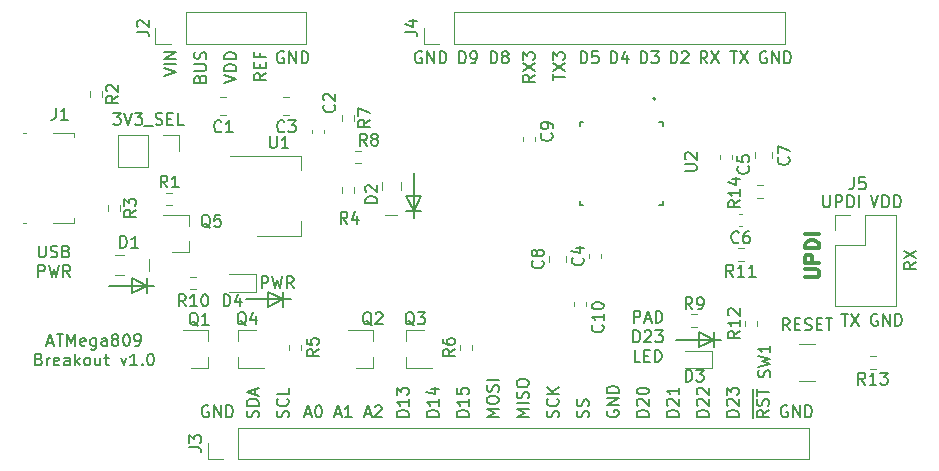
<source format=gto>
%TF.GenerationSoftware,KiCad,Pcbnew,(5.1.12)-1*%
%TF.CreationDate,2022-04-21T18:08:35-07:00*%
%TF.ProjectId,ATMega809 Breakout,41544d65-6761-4383-9039-20427265616b,rev?*%
%TF.SameCoordinates,Original*%
%TF.FileFunction,Legend,Top*%
%TF.FilePolarity,Positive*%
%FSLAX46Y46*%
G04 Gerber Fmt 4.6, Leading zero omitted, Abs format (unit mm)*
G04 Created by KiCad (PCBNEW (5.1.12)-1) date 2022-04-21 18:08:35*
%MOMM*%
%LPD*%
G01*
G04 APERTURE LIST*
%ADD10C,0.150000*%
%ADD11C,0.300000*%
%ADD12C,0.120000*%
%ADD13C,0.200000*%
%ADD14C,0.127000*%
%ADD15R,1.900000X1.000000*%
%ADD16R,1.900000X1.800000*%
%ADD17R,1.300000X1.650000*%
%ADD18R,1.550000X1.425000*%
%ADD19R,1.380000X0.450000*%
%ADD20R,0.863600X0.708000*%
%ADD21R,1.092200X1.800200*%
%ADD22R,0.708000X0.863600*%
%ADD23R,1.800200X1.092200*%
%ADD24R,2.000000X1.500000*%
%ADD25R,2.000000X3.800000*%
%ADD26R,1.143000X0.762000*%
%ADD27R,0.939800X1.397000*%
%ADD28C,2.000000*%
%ADD29O,1.700000X1.700000*%
%ADD30R,1.700000X1.700000*%
%ADD31C,3.800000*%
%ADD32R,0.900000X0.800000*%
G04 APERTURE END LIST*
D10*
X162941000Y-68580000D02*
X162941000Y-66167000D01*
X121348666Y-57602380D02*
X121348666Y-56602380D01*
X121729619Y-56602380D01*
X121824857Y-56650000D01*
X121872476Y-56697619D01*
X121920095Y-56792857D01*
X121920095Y-56935714D01*
X121872476Y-57030952D01*
X121824857Y-57078571D01*
X121729619Y-57126190D01*
X121348666Y-57126190D01*
X122253428Y-56602380D02*
X122491523Y-57602380D01*
X122682000Y-56888095D01*
X122872476Y-57602380D01*
X123110571Y-56602380D01*
X124062952Y-57602380D02*
X123729619Y-57126190D01*
X123491523Y-57602380D02*
X123491523Y-56602380D01*
X123872476Y-56602380D01*
X123967714Y-56650000D01*
X124015333Y-56697619D01*
X124062952Y-56792857D01*
X124062952Y-56935714D01*
X124015333Y-57030952D01*
X123967714Y-57078571D01*
X123872476Y-57126190D01*
X123491523Y-57126190D01*
X121920000Y-59182000D02*
X121920000Y-57912000D01*
X123190000Y-58547000D02*
X121920000Y-57912000D01*
X123190000Y-58547000D02*
X121920000Y-59182000D01*
X123190000Y-59182000D02*
X123190000Y-57912000D01*
X120015000Y-58547000D02*
X123825000Y-58547000D01*
X168910190Y-49744380D02*
X168910190Y-50553904D01*
X168957809Y-50649142D01*
X169005428Y-50696761D01*
X169100666Y-50744380D01*
X169291142Y-50744380D01*
X169386380Y-50696761D01*
X169434000Y-50649142D01*
X169481619Y-50553904D01*
X169481619Y-49744380D01*
X169957809Y-50744380D02*
X169957809Y-49744380D01*
X170338761Y-49744380D01*
X170434000Y-49792000D01*
X170481619Y-49839619D01*
X170529238Y-49934857D01*
X170529238Y-50077714D01*
X170481619Y-50172952D01*
X170434000Y-50220571D01*
X170338761Y-50268190D01*
X169957809Y-50268190D01*
X170957809Y-50744380D02*
X170957809Y-49744380D01*
X171195904Y-49744380D01*
X171338761Y-49792000D01*
X171434000Y-49887238D01*
X171481619Y-49982476D01*
X171529238Y-50172952D01*
X171529238Y-50315809D01*
X171481619Y-50506285D01*
X171434000Y-50601523D01*
X171338761Y-50696761D01*
X171195904Y-50744380D01*
X170957809Y-50744380D01*
X171957809Y-50744380D02*
X171957809Y-49744380D01*
X152860523Y-60524380D02*
X152860523Y-59524380D01*
X153241476Y-59524380D01*
X153336714Y-59572000D01*
X153384333Y-59619619D01*
X153431952Y-59714857D01*
X153431952Y-59857714D01*
X153384333Y-59952952D01*
X153336714Y-60000571D01*
X153241476Y-60048190D01*
X152860523Y-60048190D01*
X153812904Y-60238666D02*
X154289095Y-60238666D01*
X153717666Y-60524380D02*
X154051000Y-59524380D01*
X154384333Y-60524380D01*
X154717666Y-60524380D02*
X154717666Y-59524380D01*
X154955761Y-59524380D01*
X155098619Y-59572000D01*
X155193857Y-59667238D01*
X155241476Y-59762476D01*
X155289095Y-59952952D01*
X155289095Y-60095809D01*
X155241476Y-60286285D01*
X155193857Y-60381523D01*
X155098619Y-60476761D01*
X154955761Y-60524380D01*
X154717666Y-60524380D01*
X152836714Y-62174380D02*
X152836714Y-61174380D01*
X153074809Y-61174380D01*
X153217666Y-61222000D01*
X153312904Y-61317238D01*
X153360523Y-61412476D01*
X153408142Y-61602952D01*
X153408142Y-61745809D01*
X153360523Y-61936285D01*
X153312904Y-62031523D01*
X153217666Y-62126761D01*
X153074809Y-62174380D01*
X152836714Y-62174380D01*
X153789095Y-61269619D02*
X153836714Y-61222000D01*
X153931952Y-61174380D01*
X154170047Y-61174380D01*
X154265285Y-61222000D01*
X154312904Y-61269619D01*
X154360523Y-61364857D01*
X154360523Y-61460095D01*
X154312904Y-61602952D01*
X153741476Y-62174380D01*
X154360523Y-62174380D01*
X154693857Y-61174380D02*
X155312904Y-61174380D01*
X154979571Y-61555333D01*
X155122428Y-61555333D01*
X155217666Y-61602952D01*
X155265285Y-61650571D01*
X155312904Y-61745809D01*
X155312904Y-61983904D01*
X155265285Y-62079142D01*
X155217666Y-62126761D01*
X155122428Y-62174380D01*
X154836714Y-62174380D01*
X154741476Y-62126761D01*
X154693857Y-62079142D01*
X153408142Y-63824380D02*
X152931952Y-63824380D01*
X152931952Y-62824380D01*
X153741476Y-63300571D02*
X154074809Y-63300571D01*
X154217666Y-63824380D02*
X153741476Y-63824380D01*
X153741476Y-62824380D01*
X154217666Y-62824380D01*
X154646238Y-63824380D02*
X154646238Y-62824380D01*
X154884333Y-62824380D01*
X155027190Y-62872000D01*
X155122428Y-62967238D01*
X155170047Y-63062476D01*
X155217666Y-63252952D01*
X155217666Y-63395809D01*
X155170047Y-63586285D01*
X155122428Y-63681523D01*
X155027190Y-63776761D01*
X154884333Y-63824380D01*
X154646238Y-63824380D01*
X165862095Y-67572000D02*
X165766857Y-67524380D01*
X165624000Y-67524380D01*
X165481142Y-67572000D01*
X165385904Y-67667238D01*
X165338285Y-67762476D01*
X165290666Y-67952952D01*
X165290666Y-68095809D01*
X165338285Y-68286285D01*
X165385904Y-68381523D01*
X165481142Y-68476761D01*
X165624000Y-68524380D01*
X165719238Y-68524380D01*
X165862095Y-68476761D01*
X165909714Y-68429142D01*
X165909714Y-68095809D01*
X165719238Y-68095809D01*
X166338285Y-68524380D02*
X166338285Y-67524380D01*
X166909714Y-68524380D01*
X166909714Y-67524380D01*
X167385904Y-68524380D02*
X167385904Y-67524380D01*
X167624000Y-67524380D01*
X167766857Y-67572000D01*
X167862095Y-67667238D01*
X167909714Y-67762476D01*
X167957333Y-67952952D01*
X167957333Y-68095809D01*
X167909714Y-68286285D01*
X167862095Y-68381523D01*
X167766857Y-68476761D01*
X167624000Y-68524380D01*
X167385904Y-68524380D01*
X164282380Y-67926976D02*
X163806190Y-68260309D01*
X164282380Y-68498404D02*
X163282380Y-68498404D01*
X163282380Y-68117452D01*
X163330000Y-68022214D01*
X163377619Y-67974595D01*
X163472857Y-67926976D01*
X163615714Y-67926976D01*
X163710952Y-67974595D01*
X163758571Y-68022214D01*
X163806190Y-68117452D01*
X163806190Y-68498404D01*
X164234761Y-67546023D02*
X164282380Y-67403166D01*
X164282380Y-67165071D01*
X164234761Y-67069833D01*
X164187142Y-67022214D01*
X164091904Y-66974595D01*
X163996666Y-66974595D01*
X163901428Y-67022214D01*
X163853809Y-67069833D01*
X163806190Y-67165071D01*
X163758571Y-67355547D01*
X163710952Y-67450785D01*
X163663333Y-67498404D01*
X163568095Y-67546023D01*
X163472857Y-67546023D01*
X163377619Y-67498404D01*
X163330000Y-67450785D01*
X163282380Y-67355547D01*
X163282380Y-67117452D01*
X163330000Y-66974595D01*
X163282380Y-66688880D02*
X163282380Y-66117452D01*
X164282380Y-66403166D02*
X163282380Y-66403166D01*
X161742380Y-68498404D02*
X160742380Y-68498404D01*
X160742380Y-68260309D01*
X160790000Y-68117452D01*
X160885238Y-68022214D01*
X160980476Y-67974595D01*
X161170952Y-67926976D01*
X161313809Y-67926976D01*
X161504285Y-67974595D01*
X161599523Y-68022214D01*
X161694761Y-68117452D01*
X161742380Y-68260309D01*
X161742380Y-68498404D01*
X160837619Y-67546023D02*
X160790000Y-67498404D01*
X160742380Y-67403166D01*
X160742380Y-67165071D01*
X160790000Y-67069833D01*
X160837619Y-67022214D01*
X160932857Y-66974595D01*
X161028095Y-66974595D01*
X161170952Y-67022214D01*
X161742380Y-67593642D01*
X161742380Y-66974595D01*
X160742380Y-66641261D02*
X160742380Y-66022214D01*
X161123333Y-66355547D01*
X161123333Y-66212690D01*
X161170952Y-66117452D01*
X161218571Y-66069833D01*
X161313809Y-66022214D01*
X161551904Y-66022214D01*
X161647142Y-66069833D01*
X161694761Y-66117452D01*
X161742380Y-66212690D01*
X161742380Y-66498404D01*
X161694761Y-66593642D01*
X161647142Y-66641261D01*
X159202380Y-68498404D02*
X158202380Y-68498404D01*
X158202380Y-68260309D01*
X158250000Y-68117452D01*
X158345238Y-68022214D01*
X158440476Y-67974595D01*
X158630952Y-67926976D01*
X158773809Y-67926976D01*
X158964285Y-67974595D01*
X159059523Y-68022214D01*
X159154761Y-68117452D01*
X159202380Y-68260309D01*
X159202380Y-68498404D01*
X158297619Y-67546023D02*
X158250000Y-67498404D01*
X158202380Y-67403166D01*
X158202380Y-67165071D01*
X158250000Y-67069833D01*
X158297619Y-67022214D01*
X158392857Y-66974595D01*
X158488095Y-66974595D01*
X158630952Y-67022214D01*
X159202380Y-67593642D01*
X159202380Y-66974595D01*
X158297619Y-66593642D02*
X158250000Y-66546023D01*
X158202380Y-66450785D01*
X158202380Y-66212690D01*
X158250000Y-66117452D01*
X158297619Y-66069833D01*
X158392857Y-66022214D01*
X158488095Y-66022214D01*
X158630952Y-66069833D01*
X159202380Y-66641261D01*
X159202380Y-66022214D01*
X156662380Y-68498404D02*
X155662380Y-68498404D01*
X155662380Y-68260309D01*
X155710000Y-68117452D01*
X155805238Y-68022214D01*
X155900476Y-67974595D01*
X156090952Y-67926976D01*
X156233809Y-67926976D01*
X156424285Y-67974595D01*
X156519523Y-68022214D01*
X156614761Y-68117452D01*
X156662380Y-68260309D01*
X156662380Y-68498404D01*
X155757619Y-67546023D02*
X155710000Y-67498404D01*
X155662380Y-67403166D01*
X155662380Y-67165071D01*
X155710000Y-67069833D01*
X155757619Y-67022214D01*
X155852857Y-66974595D01*
X155948095Y-66974595D01*
X156090952Y-67022214D01*
X156662380Y-67593642D01*
X156662380Y-66974595D01*
X156662380Y-66022214D02*
X156662380Y-66593642D01*
X156662380Y-66307928D02*
X155662380Y-66307928D01*
X155805238Y-66403166D01*
X155900476Y-66498404D01*
X155948095Y-66593642D01*
X154122380Y-68498404D02*
X153122380Y-68498404D01*
X153122380Y-68260309D01*
X153170000Y-68117452D01*
X153265238Y-68022214D01*
X153360476Y-67974595D01*
X153550952Y-67926976D01*
X153693809Y-67926976D01*
X153884285Y-67974595D01*
X153979523Y-68022214D01*
X154074761Y-68117452D01*
X154122380Y-68260309D01*
X154122380Y-68498404D01*
X153217619Y-67546023D02*
X153170000Y-67498404D01*
X153122380Y-67403166D01*
X153122380Y-67165071D01*
X153170000Y-67069833D01*
X153217619Y-67022214D01*
X153312857Y-66974595D01*
X153408095Y-66974595D01*
X153550952Y-67022214D01*
X154122380Y-67593642D01*
X154122380Y-66974595D01*
X153122380Y-66355547D02*
X153122380Y-66260309D01*
X153170000Y-66165071D01*
X153217619Y-66117452D01*
X153312857Y-66069833D01*
X153503333Y-66022214D01*
X153741428Y-66022214D01*
X153931904Y-66069833D01*
X154027142Y-66117452D01*
X154074761Y-66165071D01*
X154122380Y-66260309D01*
X154122380Y-66355547D01*
X154074761Y-66450785D01*
X154027142Y-66498404D01*
X153931904Y-66546023D01*
X153741428Y-66593642D01*
X153503333Y-66593642D01*
X153312857Y-66546023D01*
X153217619Y-66498404D01*
X153170000Y-66450785D01*
X153122380Y-66355547D01*
X150630000Y-67974595D02*
X150582380Y-68069833D01*
X150582380Y-68212690D01*
X150630000Y-68355547D01*
X150725238Y-68450785D01*
X150820476Y-68498404D01*
X151010952Y-68546023D01*
X151153809Y-68546023D01*
X151344285Y-68498404D01*
X151439523Y-68450785D01*
X151534761Y-68355547D01*
X151582380Y-68212690D01*
X151582380Y-68117452D01*
X151534761Y-67974595D01*
X151487142Y-67926976D01*
X151153809Y-67926976D01*
X151153809Y-68117452D01*
X151582380Y-67498404D02*
X150582380Y-67498404D01*
X151582380Y-66926976D01*
X150582380Y-66926976D01*
X151582380Y-66450785D02*
X150582380Y-66450785D01*
X150582380Y-66212690D01*
X150630000Y-66069833D01*
X150725238Y-65974595D01*
X150820476Y-65926976D01*
X151010952Y-65879357D01*
X151153809Y-65879357D01*
X151344285Y-65926976D01*
X151439523Y-65974595D01*
X151534761Y-66069833D01*
X151582380Y-66212690D01*
X151582380Y-66450785D01*
X148994761Y-68546023D02*
X149042380Y-68403166D01*
X149042380Y-68165071D01*
X148994761Y-68069833D01*
X148947142Y-68022214D01*
X148851904Y-67974595D01*
X148756666Y-67974595D01*
X148661428Y-68022214D01*
X148613809Y-68069833D01*
X148566190Y-68165071D01*
X148518571Y-68355547D01*
X148470952Y-68450785D01*
X148423333Y-68498404D01*
X148328095Y-68546023D01*
X148232857Y-68546023D01*
X148137619Y-68498404D01*
X148090000Y-68450785D01*
X148042380Y-68355547D01*
X148042380Y-68117452D01*
X148090000Y-67974595D01*
X148994761Y-67593642D02*
X149042380Y-67450785D01*
X149042380Y-67212690D01*
X148994761Y-67117452D01*
X148947142Y-67069833D01*
X148851904Y-67022214D01*
X148756666Y-67022214D01*
X148661428Y-67069833D01*
X148613809Y-67117452D01*
X148566190Y-67212690D01*
X148518571Y-67403166D01*
X148470952Y-67498404D01*
X148423333Y-67546023D01*
X148328095Y-67593642D01*
X148232857Y-67593642D01*
X148137619Y-67546023D01*
X148090000Y-67498404D01*
X148042380Y-67403166D01*
X148042380Y-67165071D01*
X148090000Y-67022214D01*
X146454761Y-68546023D02*
X146502380Y-68403166D01*
X146502380Y-68165071D01*
X146454761Y-68069833D01*
X146407142Y-68022214D01*
X146311904Y-67974595D01*
X146216666Y-67974595D01*
X146121428Y-68022214D01*
X146073809Y-68069833D01*
X146026190Y-68165071D01*
X145978571Y-68355547D01*
X145930952Y-68450785D01*
X145883333Y-68498404D01*
X145788095Y-68546023D01*
X145692857Y-68546023D01*
X145597619Y-68498404D01*
X145550000Y-68450785D01*
X145502380Y-68355547D01*
X145502380Y-68117452D01*
X145550000Y-67974595D01*
X146407142Y-66974595D02*
X146454761Y-67022214D01*
X146502380Y-67165071D01*
X146502380Y-67260309D01*
X146454761Y-67403166D01*
X146359523Y-67498404D01*
X146264285Y-67546023D01*
X146073809Y-67593642D01*
X145930952Y-67593642D01*
X145740476Y-67546023D01*
X145645238Y-67498404D01*
X145550000Y-67403166D01*
X145502380Y-67260309D01*
X145502380Y-67165071D01*
X145550000Y-67022214D01*
X145597619Y-66974595D01*
X146502380Y-66546023D02*
X145502380Y-66546023D01*
X146502380Y-65974595D02*
X145930952Y-66403166D01*
X145502380Y-65974595D02*
X146073809Y-66546023D01*
X143962380Y-68498404D02*
X142962380Y-68498404D01*
X143676666Y-68165071D01*
X142962380Y-67831738D01*
X143962380Y-67831738D01*
X143962380Y-67355547D02*
X142962380Y-67355547D01*
X143914761Y-66926976D02*
X143962380Y-66784119D01*
X143962380Y-66546023D01*
X143914761Y-66450785D01*
X143867142Y-66403166D01*
X143771904Y-66355547D01*
X143676666Y-66355547D01*
X143581428Y-66403166D01*
X143533809Y-66450785D01*
X143486190Y-66546023D01*
X143438571Y-66736500D01*
X143390952Y-66831738D01*
X143343333Y-66879357D01*
X143248095Y-66926976D01*
X143152857Y-66926976D01*
X143057619Y-66879357D01*
X143010000Y-66831738D01*
X142962380Y-66736500D01*
X142962380Y-66498404D01*
X143010000Y-66355547D01*
X142962380Y-65736500D02*
X142962380Y-65546023D01*
X143010000Y-65450785D01*
X143105238Y-65355547D01*
X143295714Y-65307928D01*
X143629047Y-65307928D01*
X143819523Y-65355547D01*
X143914761Y-65450785D01*
X143962380Y-65546023D01*
X143962380Y-65736500D01*
X143914761Y-65831738D01*
X143819523Y-65926976D01*
X143629047Y-65974595D01*
X143295714Y-65974595D01*
X143105238Y-65926976D01*
X143010000Y-65831738D01*
X142962380Y-65736500D01*
X141422380Y-68498404D02*
X140422380Y-68498404D01*
X141136666Y-68165071D01*
X140422380Y-67831738D01*
X141422380Y-67831738D01*
X140422380Y-67165071D02*
X140422380Y-66974595D01*
X140470000Y-66879357D01*
X140565238Y-66784119D01*
X140755714Y-66736500D01*
X141089047Y-66736500D01*
X141279523Y-66784119D01*
X141374761Y-66879357D01*
X141422380Y-66974595D01*
X141422380Y-67165071D01*
X141374761Y-67260309D01*
X141279523Y-67355547D01*
X141089047Y-67403166D01*
X140755714Y-67403166D01*
X140565238Y-67355547D01*
X140470000Y-67260309D01*
X140422380Y-67165071D01*
X141374761Y-66355547D02*
X141422380Y-66212690D01*
X141422380Y-65974595D01*
X141374761Y-65879357D01*
X141327142Y-65831738D01*
X141231904Y-65784119D01*
X141136666Y-65784119D01*
X141041428Y-65831738D01*
X140993809Y-65879357D01*
X140946190Y-65974595D01*
X140898571Y-66165071D01*
X140850952Y-66260309D01*
X140803333Y-66307928D01*
X140708095Y-66355547D01*
X140612857Y-66355547D01*
X140517619Y-66307928D01*
X140470000Y-66260309D01*
X140422380Y-66165071D01*
X140422380Y-65926976D01*
X140470000Y-65784119D01*
X141422380Y-65355547D02*
X140422380Y-65355547D01*
X138882380Y-68498404D02*
X137882380Y-68498404D01*
X137882380Y-68260309D01*
X137930000Y-68117452D01*
X138025238Y-68022214D01*
X138120476Y-67974595D01*
X138310952Y-67926976D01*
X138453809Y-67926976D01*
X138644285Y-67974595D01*
X138739523Y-68022214D01*
X138834761Y-68117452D01*
X138882380Y-68260309D01*
X138882380Y-68498404D01*
X138882380Y-66974595D02*
X138882380Y-67546023D01*
X138882380Y-67260309D02*
X137882380Y-67260309D01*
X138025238Y-67355547D01*
X138120476Y-67450785D01*
X138168095Y-67546023D01*
X137882380Y-66069833D02*
X137882380Y-66546023D01*
X138358571Y-66593642D01*
X138310952Y-66546023D01*
X138263333Y-66450785D01*
X138263333Y-66212690D01*
X138310952Y-66117452D01*
X138358571Y-66069833D01*
X138453809Y-66022214D01*
X138691904Y-66022214D01*
X138787142Y-66069833D01*
X138834761Y-66117452D01*
X138882380Y-66212690D01*
X138882380Y-66450785D01*
X138834761Y-66546023D01*
X138787142Y-66593642D01*
X136342380Y-68498404D02*
X135342380Y-68498404D01*
X135342380Y-68260309D01*
X135390000Y-68117452D01*
X135485238Y-68022214D01*
X135580476Y-67974595D01*
X135770952Y-67926976D01*
X135913809Y-67926976D01*
X136104285Y-67974595D01*
X136199523Y-68022214D01*
X136294761Y-68117452D01*
X136342380Y-68260309D01*
X136342380Y-68498404D01*
X136342380Y-66974595D02*
X136342380Y-67546023D01*
X136342380Y-67260309D02*
X135342380Y-67260309D01*
X135485238Y-67355547D01*
X135580476Y-67450785D01*
X135628095Y-67546023D01*
X135675714Y-66117452D02*
X136342380Y-66117452D01*
X135294761Y-66355547D02*
X136009047Y-66593642D01*
X136009047Y-65974595D01*
X133802380Y-68498404D02*
X132802380Y-68498404D01*
X132802380Y-68260309D01*
X132850000Y-68117452D01*
X132945238Y-68022214D01*
X133040476Y-67974595D01*
X133230952Y-67926976D01*
X133373809Y-67926976D01*
X133564285Y-67974595D01*
X133659523Y-68022214D01*
X133754761Y-68117452D01*
X133802380Y-68260309D01*
X133802380Y-68498404D01*
X133802380Y-66974595D02*
X133802380Y-67546023D01*
X133802380Y-67260309D02*
X132802380Y-67260309D01*
X132945238Y-67355547D01*
X133040476Y-67450785D01*
X133088095Y-67546023D01*
X132802380Y-66641261D02*
X132802380Y-66022214D01*
X133183333Y-66355547D01*
X133183333Y-66212690D01*
X133230952Y-66117452D01*
X133278571Y-66069833D01*
X133373809Y-66022214D01*
X133611904Y-66022214D01*
X133707142Y-66069833D01*
X133754761Y-66117452D01*
X133802380Y-66212690D01*
X133802380Y-66498404D01*
X133754761Y-66593642D01*
X133707142Y-66641261D01*
X130095714Y-68238666D02*
X130571904Y-68238666D01*
X130000476Y-68524380D02*
X130333809Y-67524380D01*
X130667142Y-68524380D01*
X130952857Y-67619619D02*
X131000476Y-67572000D01*
X131095714Y-67524380D01*
X131333809Y-67524380D01*
X131429047Y-67572000D01*
X131476666Y-67619619D01*
X131524285Y-67714857D01*
X131524285Y-67810095D01*
X131476666Y-67952952D01*
X130905238Y-68524380D01*
X131524285Y-68524380D01*
X127555714Y-68238666D02*
X128031904Y-68238666D01*
X127460476Y-68524380D02*
X127793809Y-67524380D01*
X128127142Y-68524380D01*
X128984285Y-68524380D02*
X128412857Y-68524380D01*
X128698571Y-68524380D02*
X128698571Y-67524380D01*
X128603333Y-67667238D01*
X128508095Y-67762476D01*
X128412857Y-67810095D01*
X125015714Y-68238666D02*
X125491904Y-68238666D01*
X124920476Y-68524380D02*
X125253809Y-67524380D01*
X125587142Y-68524380D01*
X126110952Y-67524380D02*
X126206190Y-67524380D01*
X126301428Y-67572000D01*
X126349047Y-67619619D01*
X126396666Y-67714857D01*
X126444285Y-67905333D01*
X126444285Y-68143428D01*
X126396666Y-68333904D01*
X126349047Y-68429142D01*
X126301428Y-68476761D01*
X126206190Y-68524380D01*
X126110952Y-68524380D01*
X126015714Y-68476761D01*
X125968095Y-68429142D01*
X125920476Y-68333904D01*
X125872857Y-68143428D01*
X125872857Y-67905333D01*
X125920476Y-67714857D01*
X125968095Y-67619619D01*
X126015714Y-67572000D01*
X126110952Y-67524380D01*
X123594761Y-68546023D02*
X123642380Y-68403166D01*
X123642380Y-68165071D01*
X123594761Y-68069833D01*
X123547142Y-68022214D01*
X123451904Y-67974595D01*
X123356666Y-67974595D01*
X123261428Y-68022214D01*
X123213809Y-68069833D01*
X123166190Y-68165071D01*
X123118571Y-68355547D01*
X123070952Y-68450785D01*
X123023333Y-68498404D01*
X122928095Y-68546023D01*
X122832857Y-68546023D01*
X122737619Y-68498404D01*
X122690000Y-68450785D01*
X122642380Y-68355547D01*
X122642380Y-68117452D01*
X122690000Y-67974595D01*
X123547142Y-66974595D02*
X123594761Y-67022214D01*
X123642380Y-67165071D01*
X123642380Y-67260309D01*
X123594761Y-67403166D01*
X123499523Y-67498404D01*
X123404285Y-67546023D01*
X123213809Y-67593642D01*
X123070952Y-67593642D01*
X122880476Y-67546023D01*
X122785238Y-67498404D01*
X122690000Y-67403166D01*
X122642380Y-67260309D01*
X122642380Y-67165071D01*
X122690000Y-67022214D01*
X122737619Y-66974595D01*
X123642380Y-66069833D02*
X123642380Y-66546023D01*
X122642380Y-66546023D01*
X121054761Y-68546023D02*
X121102380Y-68403166D01*
X121102380Y-68165071D01*
X121054761Y-68069833D01*
X121007142Y-68022214D01*
X120911904Y-67974595D01*
X120816666Y-67974595D01*
X120721428Y-68022214D01*
X120673809Y-68069833D01*
X120626190Y-68165071D01*
X120578571Y-68355547D01*
X120530952Y-68450785D01*
X120483333Y-68498404D01*
X120388095Y-68546023D01*
X120292857Y-68546023D01*
X120197619Y-68498404D01*
X120150000Y-68450785D01*
X120102380Y-68355547D01*
X120102380Y-68117452D01*
X120150000Y-67974595D01*
X121102380Y-67546023D02*
X120102380Y-67546023D01*
X120102380Y-67307928D01*
X120150000Y-67165071D01*
X120245238Y-67069833D01*
X120340476Y-67022214D01*
X120530952Y-66974595D01*
X120673809Y-66974595D01*
X120864285Y-67022214D01*
X120959523Y-67069833D01*
X121054761Y-67165071D01*
X121102380Y-67307928D01*
X121102380Y-67546023D01*
X120816666Y-66593642D02*
X120816666Y-66117452D01*
X121102380Y-66688880D02*
X120102380Y-66355547D01*
X121102380Y-66022214D01*
X116840095Y-67572000D02*
X116744857Y-67524380D01*
X116602000Y-67524380D01*
X116459142Y-67572000D01*
X116363904Y-67667238D01*
X116316285Y-67762476D01*
X116268666Y-67952952D01*
X116268666Y-68095809D01*
X116316285Y-68286285D01*
X116363904Y-68381523D01*
X116459142Y-68476761D01*
X116602000Y-68524380D01*
X116697238Y-68524380D01*
X116840095Y-68476761D01*
X116887714Y-68429142D01*
X116887714Y-68095809D01*
X116697238Y-68095809D01*
X117316285Y-68524380D02*
X117316285Y-67524380D01*
X117887714Y-68524380D01*
X117887714Y-67524380D01*
X118363904Y-68524380D02*
X118363904Y-67524380D01*
X118602000Y-67524380D01*
X118744857Y-67572000D01*
X118840095Y-67667238D01*
X118887714Y-67762476D01*
X118935333Y-67952952D01*
X118935333Y-68095809D01*
X118887714Y-68286285D01*
X118840095Y-68381523D01*
X118744857Y-68476761D01*
X118602000Y-68524380D01*
X118363904Y-68524380D01*
X103235619Y-62206666D02*
X103711809Y-62206666D01*
X103140380Y-62492380D02*
X103473714Y-61492380D01*
X103807047Y-62492380D01*
X103997523Y-61492380D02*
X104568952Y-61492380D01*
X104283238Y-62492380D02*
X104283238Y-61492380D01*
X104902285Y-62492380D02*
X104902285Y-61492380D01*
X105235619Y-62206666D01*
X105568952Y-61492380D01*
X105568952Y-62492380D01*
X106426095Y-62444761D02*
X106330857Y-62492380D01*
X106140380Y-62492380D01*
X106045142Y-62444761D01*
X105997523Y-62349523D01*
X105997523Y-61968571D01*
X106045142Y-61873333D01*
X106140380Y-61825714D01*
X106330857Y-61825714D01*
X106426095Y-61873333D01*
X106473714Y-61968571D01*
X106473714Y-62063809D01*
X105997523Y-62159047D01*
X107330857Y-61825714D02*
X107330857Y-62635238D01*
X107283238Y-62730476D01*
X107235619Y-62778095D01*
X107140380Y-62825714D01*
X106997523Y-62825714D01*
X106902285Y-62778095D01*
X107330857Y-62444761D02*
X107235619Y-62492380D01*
X107045142Y-62492380D01*
X106949904Y-62444761D01*
X106902285Y-62397142D01*
X106854666Y-62301904D01*
X106854666Y-62016190D01*
X106902285Y-61920952D01*
X106949904Y-61873333D01*
X107045142Y-61825714D01*
X107235619Y-61825714D01*
X107330857Y-61873333D01*
X108235619Y-62492380D02*
X108235619Y-61968571D01*
X108188000Y-61873333D01*
X108092761Y-61825714D01*
X107902285Y-61825714D01*
X107807047Y-61873333D01*
X108235619Y-62444761D02*
X108140380Y-62492380D01*
X107902285Y-62492380D01*
X107807047Y-62444761D01*
X107759428Y-62349523D01*
X107759428Y-62254285D01*
X107807047Y-62159047D01*
X107902285Y-62111428D01*
X108140380Y-62111428D01*
X108235619Y-62063809D01*
X108854666Y-61920952D02*
X108759428Y-61873333D01*
X108711809Y-61825714D01*
X108664190Y-61730476D01*
X108664190Y-61682857D01*
X108711809Y-61587619D01*
X108759428Y-61540000D01*
X108854666Y-61492380D01*
X109045142Y-61492380D01*
X109140380Y-61540000D01*
X109188000Y-61587619D01*
X109235619Y-61682857D01*
X109235619Y-61730476D01*
X109188000Y-61825714D01*
X109140380Y-61873333D01*
X109045142Y-61920952D01*
X108854666Y-61920952D01*
X108759428Y-61968571D01*
X108711809Y-62016190D01*
X108664190Y-62111428D01*
X108664190Y-62301904D01*
X108711809Y-62397142D01*
X108759428Y-62444761D01*
X108854666Y-62492380D01*
X109045142Y-62492380D01*
X109140380Y-62444761D01*
X109188000Y-62397142D01*
X109235619Y-62301904D01*
X109235619Y-62111428D01*
X109188000Y-62016190D01*
X109140380Y-61968571D01*
X109045142Y-61920952D01*
X109854666Y-61492380D02*
X109949904Y-61492380D01*
X110045142Y-61540000D01*
X110092761Y-61587619D01*
X110140380Y-61682857D01*
X110188000Y-61873333D01*
X110188000Y-62111428D01*
X110140380Y-62301904D01*
X110092761Y-62397142D01*
X110045142Y-62444761D01*
X109949904Y-62492380D01*
X109854666Y-62492380D01*
X109759428Y-62444761D01*
X109711809Y-62397142D01*
X109664190Y-62301904D01*
X109616571Y-62111428D01*
X109616571Y-61873333D01*
X109664190Y-61682857D01*
X109711809Y-61587619D01*
X109759428Y-61540000D01*
X109854666Y-61492380D01*
X110664190Y-62492380D02*
X110854666Y-62492380D01*
X110949904Y-62444761D01*
X110997523Y-62397142D01*
X111092761Y-62254285D01*
X111140380Y-62063809D01*
X111140380Y-61682857D01*
X111092761Y-61587619D01*
X111045142Y-61540000D01*
X110949904Y-61492380D01*
X110759428Y-61492380D01*
X110664190Y-61540000D01*
X110616571Y-61587619D01*
X110568952Y-61682857D01*
X110568952Y-61920952D01*
X110616571Y-62016190D01*
X110664190Y-62063809D01*
X110759428Y-62111428D01*
X110949904Y-62111428D01*
X111045142Y-62063809D01*
X111092761Y-62016190D01*
X111140380Y-61920952D01*
X102521333Y-63618571D02*
X102664190Y-63666190D01*
X102711809Y-63713809D01*
X102759428Y-63809047D01*
X102759428Y-63951904D01*
X102711809Y-64047142D01*
X102664190Y-64094761D01*
X102568952Y-64142380D01*
X102188000Y-64142380D01*
X102188000Y-63142380D01*
X102521333Y-63142380D01*
X102616571Y-63190000D01*
X102664190Y-63237619D01*
X102711809Y-63332857D01*
X102711809Y-63428095D01*
X102664190Y-63523333D01*
X102616571Y-63570952D01*
X102521333Y-63618571D01*
X102188000Y-63618571D01*
X103188000Y-64142380D02*
X103188000Y-63475714D01*
X103188000Y-63666190D02*
X103235619Y-63570952D01*
X103283238Y-63523333D01*
X103378476Y-63475714D01*
X103473714Y-63475714D01*
X104188000Y-64094761D02*
X104092761Y-64142380D01*
X103902285Y-64142380D01*
X103807047Y-64094761D01*
X103759428Y-63999523D01*
X103759428Y-63618571D01*
X103807047Y-63523333D01*
X103902285Y-63475714D01*
X104092761Y-63475714D01*
X104188000Y-63523333D01*
X104235619Y-63618571D01*
X104235619Y-63713809D01*
X103759428Y-63809047D01*
X105092761Y-64142380D02*
X105092761Y-63618571D01*
X105045142Y-63523333D01*
X104949904Y-63475714D01*
X104759428Y-63475714D01*
X104664190Y-63523333D01*
X105092761Y-64094761D02*
X104997523Y-64142380D01*
X104759428Y-64142380D01*
X104664190Y-64094761D01*
X104616571Y-63999523D01*
X104616571Y-63904285D01*
X104664190Y-63809047D01*
X104759428Y-63761428D01*
X104997523Y-63761428D01*
X105092761Y-63713809D01*
X105568952Y-64142380D02*
X105568952Y-63142380D01*
X105664190Y-63761428D02*
X105949904Y-64142380D01*
X105949904Y-63475714D02*
X105568952Y-63856666D01*
X106521333Y-64142380D02*
X106426095Y-64094761D01*
X106378476Y-64047142D01*
X106330857Y-63951904D01*
X106330857Y-63666190D01*
X106378476Y-63570952D01*
X106426095Y-63523333D01*
X106521333Y-63475714D01*
X106664190Y-63475714D01*
X106759428Y-63523333D01*
X106807047Y-63570952D01*
X106854666Y-63666190D01*
X106854666Y-63951904D01*
X106807047Y-64047142D01*
X106759428Y-64094761D01*
X106664190Y-64142380D01*
X106521333Y-64142380D01*
X107711809Y-63475714D02*
X107711809Y-64142380D01*
X107283238Y-63475714D02*
X107283238Y-63999523D01*
X107330857Y-64094761D01*
X107426095Y-64142380D01*
X107568952Y-64142380D01*
X107664190Y-64094761D01*
X107711809Y-64047142D01*
X108045142Y-63475714D02*
X108426095Y-63475714D01*
X108188000Y-63142380D02*
X108188000Y-63999523D01*
X108235619Y-64094761D01*
X108330857Y-64142380D01*
X108426095Y-64142380D01*
X109426095Y-63475714D02*
X109664190Y-64142380D01*
X109902285Y-63475714D01*
X110807047Y-64142380D02*
X110235619Y-64142380D01*
X110521333Y-64142380D02*
X110521333Y-63142380D01*
X110426095Y-63285238D01*
X110330857Y-63380476D01*
X110235619Y-63428095D01*
X111235619Y-64047142D02*
X111283238Y-64094761D01*
X111235619Y-64142380D01*
X111188000Y-64094761D01*
X111235619Y-64047142D01*
X111235619Y-64142380D01*
X111902285Y-63142380D02*
X111997523Y-63142380D01*
X112092761Y-63190000D01*
X112140380Y-63237619D01*
X112188000Y-63332857D01*
X112235619Y-63523333D01*
X112235619Y-63761428D01*
X112188000Y-63951904D01*
X112140380Y-64047142D01*
X112092761Y-64094761D01*
X111997523Y-64142380D01*
X111902285Y-64142380D01*
X111807047Y-64094761D01*
X111759428Y-64047142D01*
X111711809Y-63951904D01*
X111664190Y-63761428D01*
X111664190Y-63523333D01*
X111711809Y-63332857D01*
X111759428Y-63237619D01*
X111807047Y-63190000D01*
X111902285Y-63142380D01*
X102497095Y-53999380D02*
X102497095Y-54808904D01*
X102544714Y-54904142D01*
X102592333Y-54951761D01*
X102687571Y-54999380D01*
X102878047Y-54999380D01*
X102973285Y-54951761D01*
X103020904Y-54904142D01*
X103068523Y-54808904D01*
X103068523Y-53999380D01*
X103497095Y-54951761D02*
X103639952Y-54999380D01*
X103878047Y-54999380D01*
X103973285Y-54951761D01*
X104020904Y-54904142D01*
X104068523Y-54808904D01*
X104068523Y-54713666D01*
X104020904Y-54618428D01*
X103973285Y-54570809D01*
X103878047Y-54523190D01*
X103687571Y-54475571D01*
X103592333Y-54427952D01*
X103544714Y-54380333D01*
X103497095Y-54285095D01*
X103497095Y-54189857D01*
X103544714Y-54094619D01*
X103592333Y-54047000D01*
X103687571Y-53999380D01*
X103925666Y-53999380D01*
X104068523Y-54047000D01*
X104830428Y-54475571D02*
X104973285Y-54523190D01*
X105020904Y-54570809D01*
X105068523Y-54666047D01*
X105068523Y-54808904D01*
X105020904Y-54904142D01*
X104973285Y-54951761D01*
X104878047Y-54999380D01*
X104497095Y-54999380D01*
X104497095Y-53999380D01*
X104830428Y-53999380D01*
X104925666Y-54047000D01*
X104973285Y-54094619D01*
X105020904Y-54189857D01*
X105020904Y-54285095D01*
X104973285Y-54380333D01*
X104925666Y-54427952D01*
X104830428Y-54475571D01*
X104497095Y-54475571D01*
X102425666Y-56649380D02*
X102425666Y-55649380D01*
X102806619Y-55649380D01*
X102901857Y-55697000D01*
X102949476Y-55744619D01*
X102997095Y-55839857D01*
X102997095Y-55982714D01*
X102949476Y-56077952D01*
X102901857Y-56125571D01*
X102806619Y-56173190D01*
X102425666Y-56173190D01*
X103330428Y-55649380D02*
X103568523Y-56649380D01*
X103759000Y-55935095D01*
X103949476Y-56649380D01*
X104187571Y-55649380D01*
X105139952Y-56649380D02*
X104806619Y-56173190D01*
X104568523Y-56649380D02*
X104568523Y-55649380D01*
X104949476Y-55649380D01*
X105044714Y-55697000D01*
X105092333Y-55744619D01*
X105139952Y-55839857D01*
X105139952Y-55982714D01*
X105092333Y-56077952D01*
X105044714Y-56125571D01*
X104949476Y-56173190D01*
X104568523Y-56173190D01*
X159639000Y-62611000D02*
X159639000Y-61341000D01*
X156464000Y-61976000D02*
X160274000Y-61976000D01*
X158369000Y-62611000D02*
X158369000Y-61341000D01*
X159639000Y-61976000D02*
X158369000Y-61341000D01*
X159639000Y-61976000D02*
X158369000Y-62611000D01*
X164084095Y-37600000D02*
X163988857Y-37552380D01*
X163846000Y-37552380D01*
X163703142Y-37600000D01*
X163607904Y-37695238D01*
X163560285Y-37790476D01*
X163512666Y-37980952D01*
X163512666Y-38123809D01*
X163560285Y-38314285D01*
X163607904Y-38409523D01*
X163703142Y-38504761D01*
X163846000Y-38552380D01*
X163941238Y-38552380D01*
X164084095Y-38504761D01*
X164131714Y-38457142D01*
X164131714Y-38123809D01*
X163941238Y-38123809D01*
X164560285Y-38552380D02*
X164560285Y-37552380D01*
X165131714Y-38552380D01*
X165131714Y-37552380D01*
X165607904Y-38552380D02*
X165607904Y-37552380D01*
X165846000Y-37552380D01*
X165988857Y-37600000D01*
X166084095Y-37695238D01*
X166131714Y-37790476D01*
X166179333Y-37980952D01*
X166179333Y-38123809D01*
X166131714Y-38314285D01*
X166084095Y-38409523D01*
X165988857Y-38504761D01*
X165846000Y-38552380D01*
X165607904Y-38552380D01*
X161036095Y-37552380D02*
X161607523Y-37552380D01*
X161321809Y-38552380D02*
X161321809Y-37552380D01*
X161845619Y-37552380D02*
X162512285Y-38552380D01*
X162512285Y-37552380D02*
X161845619Y-38552380D01*
X159091333Y-38552380D02*
X158758000Y-38076190D01*
X158519904Y-38552380D02*
X158519904Y-37552380D01*
X158900857Y-37552380D01*
X158996095Y-37600000D01*
X159043714Y-37647619D01*
X159091333Y-37742857D01*
X159091333Y-37885714D01*
X159043714Y-37980952D01*
X158996095Y-38028571D01*
X158900857Y-38076190D01*
X158519904Y-38076190D01*
X159424666Y-37552380D02*
X160091333Y-38552380D01*
X160091333Y-37552380D02*
X159424666Y-38552380D01*
X155979904Y-38552380D02*
X155979904Y-37552380D01*
X156218000Y-37552380D01*
X156360857Y-37600000D01*
X156456095Y-37695238D01*
X156503714Y-37790476D01*
X156551333Y-37980952D01*
X156551333Y-38123809D01*
X156503714Y-38314285D01*
X156456095Y-38409523D01*
X156360857Y-38504761D01*
X156218000Y-38552380D01*
X155979904Y-38552380D01*
X156932285Y-37647619D02*
X156979904Y-37600000D01*
X157075142Y-37552380D01*
X157313238Y-37552380D01*
X157408476Y-37600000D01*
X157456095Y-37647619D01*
X157503714Y-37742857D01*
X157503714Y-37838095D01*
X157456095Y-37980952D01*
X156884666Y-38552380D01*
X157503714Y-38552380D01*
X153439904Y-38552380D02*
X153439904Y-37552380D01*
X153678000Y-37552380D01*
X153820857Y-37600000D01*
X153916095Y-37695238D01*
X153963714Y-37790476D01*
X154011333Y-37980952D01*
X154011333Y-38123809D01*
X153963714Y-38314285D01*
X153916095Y-38409523D01*
X153820857Y-38504761D01*
X153678000Y-38552380D01*
X153439904Y-38552380D01*
X154344666Y-37552380D02*
X154963714Y-37552380D01*
X154630380Y-37933333D01*
X154773238Y-37933333D01*
X154868476Y-37980952D01*
X154916095Y-38028571D01*
X154963714Y-38123809D01*
X154963714Y-38361904D01*
X154916095Y-38457142D01*
X154868476Y-38504761D01*
X154773238Y-38552380D01*
X154487523Y-38552380D01*
X154392285Y-38504761D01*
X154344666Y-38457142D01*
X150899904Y-38552380D02*
X150899904Y-37552380D01*
X151138000Y-37552380D01*
X151280857Y-37600000D01*
X151376095Y-37695238D01*
X151423714Y-37790476D01*
X151471333Y-37980952D01*
X151471333Y-38123809D01*
X151423714Y-38314285D01*
X151376095Y-38409523D01*
X151280857Y-38504761D01*
X151138000Y-38552380D01*
X150899904Y-38552380D01*
X152328476Y-37885714D02*
X152328476Y-38552380D01*
X152090380Y-37504761D02*
X151852285Y-38219047D01*
X152471333Y-38219047D01*
X148359904Y-38552380D02*
X148359904Y-37552380D01*
X148598000Y-37552380D01*
X148740857Y-37600000D01*
X148836095Y-37695238D01*
X148883714Y-37790476D01*
X148931333Y-37980952D01*
X148931333Y-38123809D01*
X148883714Y-38314285D01*
X148836095Y-38409523D01*
X148740857Y-38504761D01*
X148598000Y-38552380D01*
X148359904Y-38552380D01*
X149836095Y-37552380D02*
X149359904Y-37552380D01*
X149312285Y-38028571D01*
X149359904Y-37980952D01*
X149455142Y-37933333D01*
X149693238Y-37933333D01*
X149788476Y-37980952D01*
X149836095Y-38028571D01*
X149883714Y-38123809D01*
X149883714Y-38361904D01*
X149836095Y-38457142D01*
X149788476Y-38504761D01*
X149693238Y-38552380D01*
X149455142Y-38552380D01*
X149359904Y-38504761D01*
X149312285Y-38457142D01*
X123219785Y-37600000D02*
X123124547Y-37552380D01*
X122981690Y-37552380D01*
X122838833Y-37600000D01*
X122743595Y-37695238D01*
X122695976Y-37790476D01*
X122648357Y-37980952D01*
X122648357Y-38123809D01*
X122695976Y-38314285D01*
X122743595Y-38409523D01*
X122838833Y-38504761D01*
X122981690Y-38552380D01*
X123076928Y-38552380D01*
X123219785Y-38504761D01*
X123267404Y-38457142D01*
X123267404Y-38123809D01*
X123076928Y-38123809D01*
X123695976Y-38552380D02*
X123695976Y-37552380D01*
X124267404Y-38552380D01*
X124267404Y-37552380D01*
X124743595Y-38552380D02*
X124743595Y-37552380D01*
X124981690Y-37552380D01*
X125124547Y-37600000D01*
X125219785Y-37695238D01*
X125267404Y-37790476D01*
X125315023Y-37980952D01*
X125315023Y-38123809D01*
X125267404Y-38314285D01*
X125219785Y-38409523D01*
X125124547Y-38504761D01*
X124981690Y-38552380D01*
X124743595Y-38552380D01*
X144470380Y-39530738D02*
X143994190Y-39864071D01*
X144470380Y-40102166D02*
X143470380Y-40102166D01*
X143470380Y-39721214D01*
X143518000Y-39625976D01*
X143565619Y-39578357D01*
X143660857Y-39530738D01*
X143803714Y-39530738D01*
X143898952Y-39578357D01*
X143946571Y-39625976D01*
X143994190Y-39721214D01*
X143994190Y-40102166D01*
X143470380Y-39197404D02*
X144470380Y-38530738D01*
X143470380Y-38530738D02*
X144470380Y-39197404D01*
X143470380Y-38245023D02*
X143470380Y-37625976D01*
X143851333Y-37959309D01*
X143851333Y-37816452D01*
X143898952Y-37721214D01*
X143946571Y-37673595D01*
X144041809Y-37625976D01*
X144279904Y-37625976D01*
X144375142Y-37673595D01*
X144422761Y-37721214D01*
X144470380Y-37816452D01*
X144470380Y-38102166D01*
X144422761Y-38197404D01*
X144375142Y-38245023D01*
X146010380Y-40006928D02*
X146010380Y-39435500D01*
X147010380Y-39721214D02*
X146010380Y-39721214D01*
X146010380Y-39197404D02*
X147010380Y-38530738D01*
X146010380Y-38530738D02*
X147010380Y-39197404D01*
X146010380Y-38245023D02*
X146010380Y-37625976D01*
X146391333Y-37959309D01*
X146391333Y-37816452D01*
X146438952Y-37721214D01*
X146486571Y-37673595D01*
X146581809Y-37625976D01*
X146819904Y-37625976D01*
X146915142Y-37673595D01*
X146962761Y-37721214D01*
X147010380Y-37816452D01*
X147010380Y-38102166D01*
X146962761Y-38197404D01*
X146915142Y-38245023D01*
X140739904Y-38552380D02*
X140739904Y-37552380D01*
X140978000Y-37552380D01*
X141120857Y-37600000D01*
X141216095Y-37695238D01*
X141263714Y-37790476D01*
X141311333Y-37980952D01*
X141311333Y-38123809D01*
X141263714Y-38314285D01*
X141216095Y-38409523D01*
X141120857Y-38504761D01*
X140978000Y-38552380D01*
X140739904Y-38552380D01*
X141882761Y-37980952D02*
X141787523Y-37933333D01*
X141739904Y-37885714D01*
X141692285Y-37790476D01*
X141692285Y-37742857D01*
X141739904Y-37647619D01*
X141787523Y-37600000D01*
X141882761Y-37552380D01*
X142073238Y-37552380D01*
X142168476Y-37600000D01*
X142216095Y-37647619D01*
X142263714Y-37742857D01*
X142263714Y-37790476D01*
X142216095Y-37885714D01*
X142168476Y-37933333D01*
X142073238Y-37980952D01*
X141882761Y-37980952D01*
X141787523Y-38028571D01*
X141739904Y-38076190D01*
X141692285Y-38171428D01*
X141692285Y-38361904D01*
X141739904Y-38457142D01*
X141787523Y-38504761D01*
X141882761Y-38552380D01*
X142073238Y-38552380D01*
X142168476Y-38504761D01*
X142216095Y-38457142D01*
X142263714Y-38361904D01*
X142263714Y-38171428D01*
X142216095Y-38076190D01*
X142168476Y-38028571D01*
X142073238Y-37980952D01*
X138072904Y-38552380D02*
X138072904Y-37552380D01*
X138311000Y-37552380D01*
X138453857Y-37600000D01*
X138549095Y-37695238D01*
X138596714Y-37790476D01*
X138644333Y-37980952D01*
X138644333Y-38123809D01*
X138596714Y-38314285D01*
X138549095Y-38409523D01*
X138453857Y-38504761D01*
X138311000Y-38552380D01*
X138072904Y-38552380D01*
X139120523Y-38552380D02*
X139311000Y-38552380D01*
X139406238Y-38504761D01*
X139453857Y-38457142D01*
X139549095Y-38314285D01*
X139596714Y-38123809D01*
X139596714Y-37742857D01*
X139549095Y-37647619D01*
X139501476Y-37600000D01*
X139406238Y-37552380D01*
X139215761Y-37552380D01*
X139120523Y-37600000D01*
X139072904Y-37647619D01*
X139025285Y-37742857D01*
X139025285Y-37980952D01*
X139072904Y-38076190D01*
X139120523Y-38123809D01*
X139215761Y-38171428D01*
X139406238Y-38171428D01*
X139501476Y-38123809D01*
X139549095Y-38076190D01*
X139596714Y-37980952D01*
X108807619Y-42759380D02*
X109426666Y-42759380D01*
X109093333Y-43140333D01*
X109236190Y-43140333D01*
X109331428Y-43187952D01*
X109379047Y-43235571D01*
X109426666Y-43330809D01*
X109426666Y-43568904D01*
X109379047Y-43664142D01*
X109331428Y-43711761D01*
X109236190Y-43759380D01*
X108950476Y-43759380D01*
X108855238Y-43711761D01*
X108807619Y-43664142D01*
X109712380Y-42759380D02*
X110045714Y-43759380D01*
X110379047Y-42759380D01*
X110617142Y-42759380D02*
X111236190Y-42759380D01*
X110902857Y-43140333D01*
X111045714Y-43140333D01*
X111140952Y-43187952D01*
X111188571Y-43235571D01*
X111236190Y-43330809D01*
X111236190Y-43568904D01*
X111188571Y-43664142D01*
X111140952Y-43711761D01*
X111045714Y-43759380D01*
X110760000Y-43759380D01*
X110664761Y-43711761D01*
X110617142Y-43664142D01*
X111426666Y-43854619D02*
X112188571Y-43854619D01*
X112379047Y-43711761D02*
X112521904Y-43759380D01*
X112760000Y-43759380D01*
X112855238Y-43711761D01*
X112902857Y-43664142D01*
X112950476Y-43568904D01*
X112950476Y-43473666D01*
X112902857Y-43378428D01*
X112855238Y-43330809D01*
X112760000Y-43283190D01*
X112569523Y-43235571D01*
X112474285Y-43187952D01*
X112426666Y-43140333D01*
X112379047Y-43045095D01*
X112379047Y-42949857D01*
X112426666Y-42854619D01*
X112474285Y-42807000D01*
X112569523Y-42759380D01*
X112807619Y-42759380D01*
X112950476Y-42807000D01*
X113379047Y-43235571D02*
X113712380Y-43235571D01*
X113855238Y-43759380D02*
X113379047Y-43759380D01*
X113379047Y-42759380D01*
X113855238Y-42759380D01*
X114760000Y-43759380D02*
X114283809Y-43759380D01*
X114283809Y-42759380D01*
X134903785Y-37600000D02*
X134808547Y-37552380D01*
X134665690Y-37552380D01*
X134522833Y-37600000D01*
X134427595Y-37695238D01*
X134379976Y-37790476D01*
X134332357Y-37980952D01*
X134332357Y-38123809D01*
X134379976Y-38314285D01*
X134427595Y-38409523D01*
X134522833Y-38504761D01*
X134665690Y-38552380D01*
X134760928Y-38552380D01*
X134903785Y-38504761D01*
X134951404Y-38457142D01*
X134951404Y-38123809D01*
X134760928Y-38123809D01*
X135379976Y-38552380D02*
X135379976Y-37552380D01*
X135951404Y-38552380D01*
X135951404Y-37552380D01*
X136427595Y-38552380D02*
X136427595Y-37552380D01*
X136665690Y-37552380D01*
X136808547Y-37600000D01*
X136903785Y-37695238D01*
X136951404Y-37790476D01*
X136999023Y-37980952D01*
X136999023Y-38123809D01*
X136951404Y-38314285D01*
X136903785Y-38409523D01*
X136808547Y-38504761D01*
X136665690Y-38552380D01*
X136427595Y-38552380D01*
X121737380Y-39387880D02*
X121261190Y-39721214D01*
X121737380Y-39959309D02*
X120737380Y-39959309D01*
X120737380Y-39578357D01*
X120785000Y-39483119D01*
X120832619Y-39435500D01*
X120927857Y-39387880D01*
X121070714Y-39387880D01*
X121165952Y-39435500D01*
X121213571Y-39483119D01*
X121261190Y-39578357D01*
X121261190Y-39959309D01*
X121213571Y-38959309D02*
X121213571Y-38625976D01*
X121737380Y-38483119D02*
X121737380Y-38959309D01*
X120737380Y-38959309D01*
X120737380Y-38483119D01*
X121213571Y-37721214D02*
X121213571Y-38054547D01*
X121737380Y-38054547D02*
X120737380Y-38054547D01*
X120737380Y-37578357D01*
X118197380Y-40197404D02*
X119197380Y-39864071D01*
X118197380Y-39530738D01*
X119197380Y-39197404D02*
X118197380Y-39197404D01*
X118197380Y-38959309D01*
X118245000Y-38816452D01*
X118340238Y-38721214D01*
X118435476Y-38673595D01*
X118625952Y-38625976D01*
X118768809Y-38625976D01*
X118959285Y-38673595D01*
X119054523Y-38721214D01*
X119149761Y-38816452D01*
X119197380Y-38959309D01*
X119197380Y-39197404D01*
X119197380Y-38197404D02*
X118197380Y-38197404D01*
X118197380Y-37959309D01*
X118245000Y-37816452D01*
X118340238Y-37721214D01*
X118435476Y-37673595D01*
X118625952Y-37625976D01*
X118768809Y-37625976D01*
X118959285Y-37673595D01*
X119054523Y-37721214D01*
X119149761Y-37816452D01*
X119197380Y-37959309D01*
X119197380Y-38197404D01*
X116133571Y-39864071D02*
X116181190Y-39721214D01*
X116228809Y-39673595D01*
X116324047Y-39625976D01*
X116466904Y-39625976D01*
X116562142Y-39673595D01*
X116609761Y-39721214D01*
X116657380Y-39816452D01*
X116657380Y-40197404D01*
X115657380Y-40197404D01*
X115657380Y-39864071D01*
X115705000Y-39768833D01*
X115752619Y-39721214D01*
X115847857Y-39673595D01*
X115943095Y-39673595D01*
X116038333Y-39721214D01*
X116085952Y-39768833D01*
X116133571Y-39864071D01*
X116133571Y-40197404D01*
X115657380Y-39197404D02*
X116466904Y-39197404D01*
X116562142Y-39149785D01*
X116609761Y-39102166D01*
X116657380Y-39006928D01*
X116657380Y-38816452D01*
X116609761Y-38721214D01*
X116562142Y-38673595D01*
X116466904Y-38625976D01*
X115657380Y-38625976D01*
X116609761Y-38197404D02*
X116657380Y-38054547D01*
X116657380Y-37816452D01*
X116609761Y-37721214D01*
X116562142Y-37673595D01*
X116466904Y-37625976D01*
X116371666Y-37625976D01*
X116276428Y-37673595D01*
X116228809Y-37721214D01*
X116181190Y-37816452D01*
X116133571Y-38006928D01*
X116085952Y-38102166D01*
X116038333Y-38149785D01*
X115943095Y-38197404D01*
X115847857Y-38197404D01*
X115752619Y-38149785D01*
X115705000Y-38102166D01*
X115657380Y-38006928D01*
X115657380Y-37768833D01*
X115705000Y-37625976D01*
X113117380Y-39657714D02*
X114117380Y-39324380D01*
X113117380Y-38991047D01*
X114117380Y-38657714D02*
X113117380Y-38657714D01*
X114117380Y-38181523D02*
X113117380Y-38181523D01*
X114117380Y-37610095D01*
X113117380Y-37610095D01*
X110363000Y-58039000D02*
X110363000Y-56769000D01*
X111633000Y-57404000D02*
X110363000Y-56769000D01*
X111633000Y-57404000D02*
X110363000Y-58039000D01*
X111633000Y-58039000D02*
X111633000Y-56769000D01*
X108458000Y-57404000D02*
X112268000Y-57404000D01*
X133604000Y-51054000D02*
X134874000Y-51054000D01*
X133604000Y-49784000D02*
X134874000Y-49784000D01*
X134239000Y-51054000D02*
X134874000Y-49784000D01*
X134239000Y-51054000D02*
X133604000Y-49784000D01*
X134239000Y-47879000D02*
X134239000Y-51689000D01*
X176728380Y-55411666D02*
X176252190Y-55745000D01*
X176728380Y-55983095D02*
X175728380Y-55983095D01*
X175728380Y-55602142D01*
X175776000Y-55506904D01*
X175823619Y-55459285D01*
X175918857Y-55411666D01*
X176061714Y-55411666D01*
X176156952Y-55459285D01*
X176204571Y-55506904D01*
X176252190Y-55602142D01*
X176252190Y-55983095D01*
X175728380Y-55078333D02*
X176728380Y-54411666D01*
X175728380Y-54411666D02*
X176728380Y-55078333D01*
X170434095Y-59777380D02*
X171005523Y-59777380D01*
X170719809Y-60777380D02*
X170719809Y-59777380D01*
X171243619Y-59777380D02*
X171910285Y-60777380D01*
X171910285Y-59777380D02*
X171243619Y-60777380D01*
D11*
X167363857Y-56692571D02*
X168335285Y-56692571D01*
X168449571Y-56635428D01*
X168506714Y-56578285D01*
X168563857Y-56464000D01*
X168563857Y-56235428D01*
X168506714Y-56121142D01*
X168449571Y-56064000D01*
X168335285Y-56006857D01*
X167363857Y-56006857D01*
X168563857Y-55435428D02*
X167363857Y-55435428D01*
X167363857Y-54978285D01*
X167421000Y-54864000D01*
X167478142Y-54806857D01*
X167592428Y-54749714D01*
X167763857Y-54749714D01*
X167878142Y-54806857D01*
X167935285Y-54864000D01*
X167992428Y-54978285D01*
X167992428Y-55435428D01*
X168563857Y-54235428D02*
X167363857Y-54235428D01*
X167363857Y-53949714D01*
X167421000Y-53778285D01*
X167535285Y-53664000D01*
X167649571Y-53606857D01*
X167878142Y-53549714D01*
X168049571Y-53549714D01*
X168278142Y-53606857D01*
X168392428Y-53664000D01*
X168506714Y-53778285D01*
X168563857Y-53949714D01*
X168563857Y-54235428D01*
X168563857Y-53035428D02*
X167363857Y-53035428D01*
D10*
X172910666Y-49744380D02*
X173244000Y-50744380D01*
X173577333Y-49744380D01*
X173910666Y-50744380D02*
X173910666Y-49744380D01*
X174148761Y-49744380D01*
X174291619Y-49792000D01*
X174386857Y-49887238D01*
X174434476Y-49982476D01*
X174482095Y-50172952D01*
X174482095Y-50315809D01*
X174434476Y-50506285D01*
X174386857Y-50601523D01*
X174291619Y-50696761D01*
X174148761Y-50744380D01*
X173910666Y-50744380D01*
X174910666Y-50744380D02*
X174910666Y-49744380D01*
X175148761Y-49744380D01*
X175291619Y-49792000D01*
X175386857Y-49887238D01*
X175434476Y-49982476D01*
X175482095Y-50172952D01*
X175482095Y-50315809D01*
X175434476Y-50506285D01*
X175386857Y-50601523D01*
X175291619Y-50696761D01*
X175148761Y-50744380D01*
X174910666Y-50744380D01*
X173482095Y-59825000D02*
X173386857Y-59777380D01*
X173244000Y-59777380D01*
X173101142Y-59825000D01*
X173005904Y-59920238D01*
X172958285Y-60015476D01*
X172910666Y-60205952D01*
X172910666Y-60348809D01*
X172958285Y-60539285D01*
X173005904Y-60634523D01*
X173101142Y-60729761D01*
X173244000Y-60777380D01*
X173339238Y-60777380D01*
X173482095Y-60729761D01*
X173529714Y-60682142D01*
X173529714Y-60348809D01*
X173339238Y-60348809D01*
X173958285Y-60777380D02*
X173958285Y-59777380D01*
X174529714Y-60777380D01*
X174529714Y-59777380D01*
X175005904Y-60777380D02*
X175005904Y-59777380D01*
X175244000Y-59777380D01*
X175386857Y-59825000D01*
X175482095Y-59920238D01*
X175529714Y-60015476D01*
X175577333Y-60205952D01*
X175577333Y-60348809D01*
X175529714Y-60539285D01*
X175482095Y-60634523D01*
X175386857Y-60729761D01*
X175244000Y-60777380D01*
X175005904Y-60777380D01*
D12*
%TO.C,R13*%
X173338258Y-64403500D02*
X172863742Y-64403500D01*
X173338258Y-63358500D02*
X172863742Y-63358500D01*
%TO.C,C10*%
X147826000Y-59068580D02*
X147826000Y-58787420D01*
X148846000Y-59068580D02*
X148846000Y-58787420D01*
%TO.C,R14*%
X163338742Y-48880500D02*
X163813258Y-48880500D01*
X163338742Y-49925500D02*
X163813258Y-49925500D01*
%TO.C,R12*%
X162291500Y-60816258D02*
X162291500Y-60341742D01*
X163336500Y-60816258D02*
X163336500Y-60341742D01*
%TO.C,J1*%
X101159000Y-44450000D02*
X101419000Y-44450000D01*
X103699000Y-44450000D02*
X105469000Y-44450000D01*
X105469000Y-44450000D02*
X105469000Y-44830000D01*
X105469000Y-52070000D02*
X103699000Y-52070000D01*
X101419000Y-52070000D02*
X101159000Y-52070000D01*
X105469000Y-52070000D02*
X105469000Y-51690000D01*
%TO.C,D2*%
X131508500Y-48575900D02*
X131508500Y-49271503D01*
X133159500Y-49271503D02*
X133159500Y-48575900D01*
X131826000Y-51420700D02*
X132842000Y-51420700D01*
%TO.C,D1*%
X108978700Y-56451500D02*
X109674303Y-56451500D01*
X109674303Y-54800500D02*
X108978700Y-54800500D01*
X111823500Y-56134000D02*
X111823500Y-55118000D01*
%TO.C,U1*%
X124719000Y-53194000D02*
X124719000Y-51934000D01*
X124719000Y-46374000D02*
X124719000Y-47634000D01*
X120959000Y-53194000D02*
X124719000Y-53194000D01*
X118709000Y-46374000D02*
X124719000Y-46374000D01*
%TO.C,SW1*%
X168183761Y-62306200D02*
X166842239Y-62306200D01*
X166842239Y-65455800D02*
X168183761Y-65455800D01*
%TO.C,J4*%
X165668000Y-36890000D02*
X165668000Y-34230000D01*
X137668000Y-36890000D02*
X165668000Y-36890000D01*
X137668000Y-34230000D02*
X165668000Y-34230000D01*
X137668000Y-36890000D02*
X137668000Y-34230000D01*
X136398000Y-36890000D02*
X135068000Y-36890000D01*
X135068000Y-36890000D02*
X135068000Y-35560000D01*
%TO.C,J3*%
X167700000Y-72069000D02*
X167700000Y-69409000D01*
X119380000Y-72069000D02*
X167700000Y-72069000D01*
X119380000Y-69409000D02*
X167700000Y-69409000D01*
X119380000Y-72069000D02*
X119380000Y-69409000D01*
X118110000Y-72069000D02*
X116780000Y-72069000D01*
X116780000Y-72069000D02*
X116780000Y-70739000D01*
%TO.C,C2*%
X126621000Y-44182420D02*
X126621000Y-44463580D01*
X125601000Y-44182420D02*
X125601000Y-44463580D01*
%TO.C,J2*%
X125155000Y-36890000D02*
X125155000Y-34230000D01*
X114935000Y-36890000D02*
X125155000Y-36890000D01*
X114935000Y-34230000D02*
X125155000Y-34230000D01*
X114935000Y-36890000D02*
X114935000Y-34230000D01*
X113665000Y-36890000D02*
X112335000Y-36890000D01*
X112335000Y-36890000D02*
X112335000Y-35560000D01*
%TO.C,R9*%
X158225258Y-59802500D02*
X157750742Y-59802500D01*
X158225258Y-60847500D02*
X157750742Y-60847500D01*
%TO.C,J5*%
X169866000Y-59115000D02*
X175066000Y-59115000D01*
X169866000Y-53975000D02*
X169866000Y-59115000D01*
X175066000Y-51375000D02*
X175066000Y-59115000D01*
X169866000Y-53975000D02*
X172466000Y-53975000D01*
X172466000Y-53975000D02*
X172466000Y-51375000D01*
X172466000Y-51375000D02*
X175066000Y-51375000D01*
X169866000Y-52705000D02*
X169866000Y-51375000D01*
X169866000Y-51375000D02*
X171196000Y-51375000D01*
D13*
%TO.C,U2*%
X154705000Y-41544000D02*
G75*
G03*
X154705000Y-41544000I-100000J0D01*
G01*
D14*
X148305000Y-50544000D02*
X148305000Y-50254000D01*
X148595000Y-50544000D02*
X148305000Y-50544000D01*
X155305000Y-50544000D02*
X155015000Y-50544000D01*
X155305000Y-50254000D02*
X155305000Y-50544000D01*
X148305000Y-43544000D02*
X148595000Y-43544000D01*
X148305000Y-43834000D02*
X148305000Y-43544000D01*
X155305000Y-43544000D02*
X155305000Y-43834000D01*
X155015000Y-43544000D02*
X155305000Y-43544000D01*
D12*
%TO.C,R11*%
X162162258Y-55259500D02*
X161687742Y-55259500D01*
X162162258Y-54214500D02*
X161687742Y-54214500D01*
%TO.C,R10*%
X115332742Y-56627500D02*
X115807258Y-56627500D01*
X115332742Y-57672500D02*
X115807258Y-57672500D01*
%TO.C,R8*%
X129302742Y-45959500D02*
X129777258Y-45959500D01*
X129302742Y-47004500D02*
X129777258Y-47004500D01*
%TO.C,R7*%
X129173500Y-42942742D02*
X129173500Y-43417258D01*
X128128500Y-42942742D02*
X128128500Y-43417258D01*
%TO.C,R6*%
X138161500Y-62848258D02*
X138161500Y-62373742D01*
X139206500Y-62848258D02*
X139206500Y-62373742D01*
%TO.C,R5*%
X123683500Y-62848258D02*
X123683500Y-62373742D01*
X124728500Y-62848258D02*
X124728500Y-62373742D01*
%TO.C,R4*%
X129173500Y-49038742D02*
X129173500Y-49513258D01*
X128128500Y-49038742D02*
X128128500Y-49513258D01*
%TO.C,R3*%
X109361500Y-50562742D02*
X109361500Y-51037258D01*
X108316500Y-50562742D02*
X108316500Y-51037258D01*
%TO.C,R2*%
X107837500Y-40910742D02*
X107837500Y-41385258D01*
X106792500Y-40910742D02*
X106792500Y-41385258D01*
%TO.C,R1*%
X113300742Y-49515500D02*
X113775258Y-49515500D01*
X113300742Y-50560500D02*
X113775258Y-50560500D01*
%TO.C,Q5*%
X115187000Y-54539000D02*
X115187000Y-53609000D01*
X115187000Y-51379000D02*
X115187000Y-52309000D01*
X115187000Y-51379000D02*
X113027000Y-51379000D01*
X115187000Y-54539000D02*
X113727000Y-54539000D01*
%TO.C,Q4*%
X119382000Y-61158000D02*
X119382000Y-62088000D01*
X119382000Y-64318000D02*
X119382000Y-63388000D01*
X119382000Y-64318000D02*
X121542000Y-64318000D01*
X119382000Y-61158000D02*
X120842000Y-61158000D01*
%TO.C,Q3*%
X133606000Y-61158000D02*
X133606000Y-62088000D01*
X133606000Y-64318000D02*
X133606000Y-63388000D01*
X133606000Y-64318000D02*
X135766000Y-64318000D01*
X133606000Y-61158000D02*
X135066000Y-61158000D01*
%TO.C,Q2*%
X130808000Y-64318000D02*
X130808000Y-63388000D01*
X130808000Y-61158000D02*
X130808000Y-62088000D01*
X130808000Y-61158000D02*
X128648000Y-61158000D01*
X130808000Y-64318000D02*
X129348000Y-64318000D01*
%TO.C,Q1*%
X116838000Y-64318000D02*
X116838000Y-63388000D01*
X116838000Y-61158000D02*
X116838000Y-62088000D01*
X116838000Y-61158000D02*
X114678000Y-61158000D01*
X116838000Y-64318000D02*
X115378000Y-64318000D01*
%TO.C,JP1*%
X109160000Y-44644000D02*
X109160000Y-47304000D01*
X111760000Y-44644000D02*
X109160000Y-44644000D01*
X111760000Y-47304000D02*
X109160000Y-47304000D01*
X111760000Y-44644000D02*
X111760000Y-47304000D01*
X113030000Y-44644000D02*
X114360000Y-44644000D01*
X114360000Y-44644000D02*
X114360000Y-45974000D01*
%TO.C,D4*%
X118580000Y-57885000D02*
X120865000Y-57885000D01*
X120865000Y-57885000D02*
X120865000Y-56415000D01*
X120865000Y-56415000D02*
X118580000Y-56415000D01*
%TO.C,D3*%
X157188000Y-64362000D02*
X159473000Y-64362000D01*
X159473000Y-64362000D02*
X159473000Y-62892000D01*
X159473000Y-62892000D02*
X157188000Y-62892000D01*
%TO.C,C9*%
X143508000Y-45098580D02*
X143508000Y-44817420D01*
X144528000Y-45098580D02*
X144528000Y-44817420D01*
%TO.C,C4*%
X149096000Y-55004580D02*
X149096000Y-54723420D01*
X150116000Y-55004580D02*
X150116000Y-54723420D01*
%TO.C,C5*%
X161165000Y-46341420D02*
X161165000Y-46622580D01*
X160145000Y-46341420D02*
X160145000Y-46622580D01*
%TO.C,C6*%
X162065580Y-52326000D02*
X161784420Y-52326000D01*
X162065580Y-51306000D02*
X161784420Y-51306000D01*
%TO.C,C8*%
X147166000Y-54856748D02*
X147166000Y-55379252D01*
X145696000Y-54856748D02*
X145696000Y-55379252D01*
%TO.C,C7*%
X163095000Y-46616252D02*
X163095000Y-46093748D01*
X164565000Y-46616252D02*
X164565000Y-46093748D01*
%TO.C,C3*%
X123705252Y-41429000D02*
X123182748Y-41429000D01*
X123705252Y-42899000D02*
X123182748Y-42899000D01*
%TO.C,C1*%
X117848748Y-42899000D02*
X118371252Y-42899000D01*
X117848748Y-41429000D02*
X118371252Y-41429000D01*
%TO.C,R13*%
D10*
X172458142Y-65763380D02*
X172124809Y-65287190D01*
X171886714Y-65763380D02*
X171886714Y-64763380D01*
X172267666Y-64763380D01*
X172362904Y-64811000D01*
X172410523Y-64858619D01*
X172458142Y-64953857D01*
X172458142Y-65096714D01*
X172410523Y-65191952D01*
X172362904Y-65239571D01*
X172267666Y-65287190D01*
X171886714Y-65287190D01*
X173410523Y-65763380D02*
X172839095Y-65763380D01*
X173124809Y-65763380D02*
X173124809Y-64763380D01*
X173029571Y-64906238D01*
X172934333Y-65001476D01*
X172839095Y-65049095D01*
X173743857Y-64763380D02*
X174362904Y-64763380D01*
X174029571Y-65144333D01*
X174172428Y-65144333D01*
X174267666Y-65191952D01*
X174315285Y-65239571D01*
X174362904Y-65334809D01*
X174362904Y-65572904D01*
X174315285Y-65668142D01*
X174267666Y-65715761D01*
X174172428Y-65763380D01*
X173886714Y-65763380D01*
X173791476Y-65715761D01*
X173743857Y-65668142D01*
%TO.C,C10*%
X150217142Y-60713857D02*
X150264761Y-60761476D01*
X150312380Y-60904333D01*
X150312380Y-60999571D01*
X150264761Y-61142428D01*
X150169523Y-61237666D01*
X150074285Y-61285285D01*
X149883809Y-61332904D01*
X149740952Y-61332904D01*
X149550476Y-61285285D01*
X149455238Y-61237666D01*
X149360000Y-61142428D01*
X149312380Y-60999571D01*
X149312380Y-60904333D01*
X149360000Y-60761476D01*
X149407619Y-60713857D01*
X150312380Y-59761476D02*
X150312380Y-60332904D01*
X150312380Y-60047190D02*
X149312380Y-60047190D01*
X149455238Y-60142428D01*
X149550476Y-60237666D01*
X149598095Y-60332904D01*
X149312380Y-59142428D02*
X149312380Y-59047190D01*
X149360000Y-58951952D01*
X149407619Y-58904333D01*
X149502857Y-58856714D01*
X149693333Y-58809095D01*
X149931428Y-58809095D01*
X150121904Y-58856714D01*
X150217142Y-58904333D01*
X150264761Y-58951952D01*
X150312380Y-59047190D01*
X150312380Y-59142428D01*
X150264761Y-59237666D01*
X150217142Y-59285285D01*
X150121904Y-59332904D01*
X149931428Y-59380523D01*
X149693333Y-59380523D01*
X149502857Y-59332904D01*
X149407619Y-59285285D01*
X149360000Y-59237666D01*
X149312380Y-59142428D01*
%TO.C,R14*%
X161869380Y-50172857D02*
X161393190Y-50506190D01*
X161869380Y-50744285D02*
X160869380Y-50744285D01*
X160869380Y-50363333D01*
X160917000Y-50268095D01*
X160964619Y-50220476D01*
X161059857Y-50172857D01*
X161202714Y-50172857D01*
X161297952Y-50220476D01*
X161345571Y-50268095D01*
X161393190Y-50363333D01*
X161393190Y-50744285D01*
X161869380Y-49220476D02*
X161869380Y-49791904D01*
X161869380Y-49506190D02*
X160869380Y-49506190D01*
X161012238Y-49601428D01*
X161107476Y-49696666D01*
X161155095Y-49791904D01*
X161202714Y-48363333D02*
X161869380Y-48363333D01*
X160821761Y-48601428D02*
X161536047Y-48839523D01*
X161536047Y-48220476D01*
%TO.C,R12*%
X161836380Y-61221857D02*
X161360190Y-61555190D01*
X161836380Y-61793285D02*
X160836380Y-61793285D01*
X160836380Y-61412333D01*
X160884000Y-61317095D01*
X160931619Y-61269476D01*
X161026857Y-61221857D01*
X161169714Y-61221857D01*
X161264952Y-61269476D01*
X161312571Y-61317095D01*
X161360190Y-61412333D01*
X161360190Y-61793285D01*
X161836380Y-60269476D02*
X161836380Y-60840904D01*
X161836380Y-60555190D02*
X160836380Y-60555190D01*
X160979238Y-60650428D01*
X161074476Y-60745666D01*
X161122095Y-60840904D01*
X160931619Y-59888523D02*
X160884000Y-59840904D01*
X160836380Y-59745666D01*
X160836380Y-59507571D01*
X160884000Y-59412333D01*
X160931619Y-59364714D01*
X161026857Y-59317095D01*
X161122095Y-59317095D01*
X161264952Y-59364714D01*
X161836380Y-59936142D01*
X161836380Y-59317095D01*
%TO.C,J1*%
X103933666Y-42352980D02*
X103933666Y-43067266D01*
X103886047Y-43210123D01*
X103790809Y-43305361D01*
X103647952Y-43352980D01*
X103552714Y-43352980D01*
X104933666Y-43352980D02*
X104362238Y-43352980D01*
X104647952Y-43352980D02*
X104647952Y-42352980D01*
X104552714Y-42495838D01*
X104457476Y-42591076D01*
X104362238Y-42638695D01*
%TO.C,D2*%
X131135380Y-50395095D02*
X130135380Y-50395095D01*
X130135380Y-50157000D01*
X130183000Y-50014142D01*
X130278238Y-49918904D01*
X130373476Y-49871285D01*
X130563952Y-49823666D01*
X130706809Y-49823666D01*
X130897285Y-49871285D01*
X130992523Y-49918904D01*
X131087761Y-50014142D01*
X131135380Y-50157000D01*
X131135380Y-50395095D01*
X130230619Y-49442714D02*
X130183000Y-49395095D01*
X130135380Y-49299857D01*
X130135380Y-49061761D01*
X130183000Y-48966523D01*
X130230619Y-48918904D01*
X130325857Y-48871285D01*
X130421095Y-48871285D01*
X130563952Y-48918904D01*
X131135380Y-49490333D01*
X131135380Y-48871285D01*
%TO.C,D1*%
X109370904Y-54173380D02*
X109370904Y-53173380D01*
X109609000Y-53173380D01*
X109751857Y-53221000D01*
X109847095Y-53316238D01*
X109894714Y-53411476D01*
X109942333Y-53601952D01*
X109942333Y-53744809D01*
X109894714Y-53935285D01*
X109847095Y-54030523D01*
X109751857Y-54125761D01*
X109609000Y-54173380D01*
X109370904Y-54173380D01*
X110894714Y-54173380D02*
X110323285Y-54173380D01*
X110609000Y-54173380D02*
X110609000Y-53173380D01*
X110513761Y-53316238D01*
X110418523Y-53411476D01*
X110323285Y-53459095D01*
%TO.C,U1*%
X122047095Y-44736380D02*
X122047095Y-45545904D01*
X122094714Y-45641142D01*
X122142333Y-45688761D01*
X122237571Y-45736380D01*
X122428047Y-45736380D01*
X122523285Y-45688761D01*
X122570904Y-45641142D01*
X122618523Y-45545904D01*
X122618523Y-44736380D01*
X123618523Y-45736380D02*
X123047095Y-45736380D01*
X123332809Y-45736380D02*
X123332809Y-44736380D01*
X123237571Y-44879238D01*
X123142333Y-44974476D01*
X123047095Y-45022095D01*
%TO.C,SW1*%
X164361761Y-65138133D02*
X164409380Y-64995276D01*
X164409380Y-64757180D01*
X164361761Y-64661942D01*
X164314142Y-64614323D01*
X164218904Y-64566704D01*
X164123666Y-64566704D01*
X164028428Y-64614323D01*
X163980809Y-64661942D01*
X163933190Y-64757180D01*
X163885571Y-64947657D01*
X163837952Y-65042895D01*
X163790333Y-65090514D01*
X163695095Y-65138133D01*
X163599857Y-65138133D01*
X163504619Y-65090514D01*
X163457000Y-65042895D01*
X163409380Y-64947657D01*
X163409380Y-64709561D01*
X163457000Y-64566704D01*
X163409380Y-64233371D02*
X164409380Y-63995276D01*
X163695095Y-63804800D01*
X164409380Y-63614323D01*
X163409380Y-63376228D01*
X164409380Y-62471466D02*
X164409380Y-63042895D01*
X164409380Y-62757180D02*
X163409380Y-62757180D01*
X163552238Y-62852419D01*
X163647476Y-62947657D01*
X163695095Y-63042895D01*
X166060619Y-61158380D02*
X165727285Y-60682190D01*
X165489190Y-61158380D02*
X165489190Y-60158380D01*
X165870142Y-60158380D01*
X165965380Y-60206000D01*
X166013000Y-60253619D01*
X166060619Y-60348857D01*
X166060619Y-60491714D01*
X166013000Y-60586952D01*
X165965380Y-60634571D01*
X165870142Y-60682190D01*
X165489190Y-60682190D01*
X166489190Y-60634571D02*
X166822523Y-60634571D01*
X166965380Y-61158380D02*
X166489190Y-61158380D01*
X166489190Y-60158380D01*
X166965380Y-60158380D01*
X167346333Y-61110761D02*
X167489190Y-61158380D01*
X167727285Y-61158380D01*
X167822523Y-61110761D01*
X167870142Y-61063142D01*
X167917761Y-60967904D01*
X167917761Y-60872666D01*
X167870142Y-60777428D01*
X167822523Y-60729809D01*
X167727285Y-60682190D01*
X167536809Y-60634571D01*
X167441571Y-60586952D01*
X167393952Y-60539333D01*
X167346333Y-60444095D01*
X167346333Y-60348857D01*
X167393952Y-60253619D01*
X167441571Y-60206000D01*
X167536809Y-60158380D01*
X167774904Y-60158380D01*
X167917761Y-60206000D01*
X168346333Y-60634571D02*
X168679666Y-60634571D01*
X168822523Y-61158380D02*
X168346333Y-61158380D01*
X168346333Y-60158380D01*
X168822523Y-60158380D01*
X169108238Y-60158380D02*
X169679666Y-60158380D01*
X169393952Y-61158380D02*
X169393952Y-60158380D01*
%TO.C,J4*%
X133520380Y-35893333D02*
X134234666Y-35893333D01*
X134377523Y-35940952D01*
X134472761Y-36036190D01*
X134520380Y-36179047D01*
X134520380Y-36274285D01*
X133853714Y-34988571D02*
X134520380Y-34988571D01*
X133472761Y-35226666D02*
X134187047Y-35464761D01*
X134187047Y-34845714D01*
%TO.C,J3*%
X115232380Y-71072333D02*
X115946666Y-71072333D01*
X116089523Y-71119952D01*
X116184761Y-71215190D01*
X116232380Y-71358047D01*
X116232380Y-71453285D01*
X115232380Y-70691380D02*
X115232380Y-70072333D01*
X115613333Y-70405666D01*
X115613333Y-70262809D01*
X115660952Y-70167571D01*
X115708571Y-70119952D01*
X115803809Y-70072333D01*
X116041904Y-70072333D01*
X116137142Y-70119952D01*
X116184761Y-70167571D01*
X116232380Y-70262809D01*
X116232380Y-70548523D01*
X116184761Y-70643761D01*
X116137142Y-70691380D01*
%TO.C,C2*%
X127484142Y-42076666D02*
X127531761Y-42124285D01*
X127579380Y-42267142D01*
X127579380Y-42362380D01*
X127531761Y-42505238D01*
X127436523Y-42600476D01*
X127341285Y-42648095D01*
X127150809Y-42695714D01*
X127007952Y-42695714D01*
X126817476Y-42648095D01*
X126722238Y-42600476D01*
X126627000Y-42505238D01*
X126579380Y-42362380D01*
X126579380Y-42267142D01*
X126627000Y-42124285D01*
X126674619Y-42076666D01*
X126674619Y-41695714D02*
X126627000Y-41648095D01*
X126579380Y-41552857D01*
X126579380Y-41314761D01*
X126627000Y-41219523D01*
X126674619Y-41171904D01*
X126769857Y-41124285D01*
X126865095Y-41124285D01*
X127007952Y-41171904D01*
X127579380Y-41743333D01*
X127579380Y-41124285D01*
%TO.C,J2*%
X110787380Y-35893333D02*
X111501666Y-35893333D01*
X111644523Y-35940952D01*
X111739761Y-36036190D01*
X111787380Y-36179047D01*
X111787380Y-36274285D01*
X110882619Y-35464761D02*
X110835000Y-35417142D01*
X110787380Y-35321904D01*
X110787380Y-35083809D01*
X110835000Y-34988571D01*
X110882619Y-34940952D01*
X110977857Y-34893333D01*
X111073095Y-34893333D01*
X111215952Y-34940952D01*
X111787380Y-35512380D01*
X111787380Y-34893333D01*
%TO.C,R9*%
X157821333Y-59380380D02*
X157488000Y-58904190D01*
X157249904Y-59380380D02*
X157249904Y-58380380D01*
X157630857Y-58380380D01*
X157726095Y-58428000D01*
X157773714Y-58475619D01*
X157821333Y-58570857D01*
X157821333Y-58713714D01*
X157773714Y-58808952D01*
X157726095Y-58856571D01*
X157630857Y-58904190D01*
X157249904Y-58904190D01*
X158297523Y-59380380D02*
X158488000Y-59380380D01*
X158583238Y-59332761D01*
X158630857Y-59285142D01*
X158726095Y-59142285D01*
X158773714Y-58951809D01*
X158773714Y-58570857D01*
X158726095Y-58475619D01*
X158678476Y-58428000D01*
X158583238Y-58380380D01*
X158392761Y-58380380D01*
X158297523Y-58428000D01*
X158249904Y-58475619D01*
X158202285Y-58570857D01*
X158202285Y-58808952D01*
X158249904Y-58904190D01*
X158297523Y-58951809D01*
X158392761Y-58999428D01*
X158583238Y-58999428D01*
X158678476Y-58951809D01*
X158726095Y-58904190D01*
X158773714Y-58808952D01*
%TO.C,J5*%
X171497666Y-48220380D02*
X171497666Y-48934666D01*
X171450047Y-49077523D01*
X171354809Y-49172761D01*
X171211952Y-49220380D01*
X171116714Y-49220380D01*
X172450047Y-48220380D02*
X171973857Y-48220380D01*
X171926238Y-48696571D01*
X171973857Y-48648952D01*
X172069095Y-48601333D01*
X172307190Y-48601333D01*
X172402428Y-48648952D01*
X172450047Y-48696571D01*
X172497666Y-48791809D01*
X172497666Y-49029904D01*
X172450047Y-49125142D01*
X172402428Y-49172761D01*
X172307190Y-49220380D01*
X172069095Y-49220380D01*
X171973857Y-49172761D01*
X171926238Y-49125142D01*
%TO.C,U2*%
X157192380Y-47680904D02*
X158001904Y-47680904D01*
X158097142Y-47633285D01*
X158144761Y-47585666D01*
X158192380Y-47490428D01*
X158192380Y-47299952D01*
X158144761Y-47204714D01*
X158097142Y-47157095D01*
X158001904Y-47109476D01*
X157192380Y-47109476D01*
X157287619Y-46680904D02*
X157240000Y-46633285D01*
X157192380Y-46538047D01*
X157192380Y-46299952D01*
X157240000Y-46204714D01*
X157287619Y-46157095D01*
X157382857Y-46109476D01*
X157478095Y-46109476D01*
X157620952Y-46157095D01*
X158192380Y-46728523D01*
X158192380Y-46109476D01*
%TO.C,R11*%
X161282142Y-56619380D02*
X160948809Y-56143190D01*
X160710714Y-56619380D02*
X160710714Y-55619380D01*
X161091666Y-55619380D01*
X161186904Y-55667000D01*
X161234523Y-55714619D01*
X161282142Y-55809857D01*
X161282142Y-55952714D01*
X161234523Y-56047952D01*
X161186904Y-56095571D01*
X161091666Y-56143190D01*
X160710714Y-56143190D01*
X162234523Y-56619380D02*
X161663095Y-56619380D01*
X161948809Y-56619380D02*
X161948809Y-55619380D01*
X161853571Y-55762238D01*
X161758333Y-55857476D01*
X161663095Y-55905095D01*
X163186904Y-56619380D02*
X162615476Y-56619380D01*
X162901190Y-56619380D02*
X162901190Y-55619380D01*
X162805952Y-55762238D01*
X162710714Y-55857476D01*
X162615476Y-55905095D01*
%TO.C,R10*%
X114927142Y-59126380D02*
X114593809Y-58650190D01*
X114355714Y-59126380D02*
X114355714Y-58126380D01*
X114736666Y-58126380D01*
X114831904Y-58174000D01*
X114879523Y-58221619D01*
X114927142Y-58316857D01*
X114927142Y-58459714D01*
X114879523Y-58554952D01*
X114831904Y-58602571D01*
X114736666Y-58650190D01*
X114355714Y-58650190D01*
X115879523Y-59126380D02*
X115308095Y-59126380D01*
X115593809Y-59126380D02*
X115593809Y-58126380D01*
X115498571Y-58269238D01*
X115403333Y-58364476D01*
X115308095Y-58412095D01*
X116498571Y-58126380D02*
X116593809Y-58126380D01*
X116689047Y-58174000D01*
X116736666Y-58221619D01*
X116784285Y-58316857D01*
X116831904Y-58507333D01*
X116831904Y-58745428D01*
X116784285Y-58935904D01*
X116736666Y-59031142D01*
X116689047Y-59078761D01*
X116593809Y-59126380D01*
X116498571Y-59126380D01*
X116403333Y-59078761D01*
X116355714Y-59031142D01*
X116308095Y-58935904D01*
X116260476Y-58745428D01*
X116260476Y-58507333D01*
X116308095Y-58316857D01*
X116355714Y-58221619D01*
X116403333Y-58174000D01*
X116498571Y-58126380D01*
%TO.C,R8*%
X130262333Y-45537380D02*
X129929000Y-45061190D01*
X129690904Y-45537380D02*
X129690904Y-44537380D01*
X130071857Y-44537380D01*
X130167095Y-44585000D01*
X130214714Y-44632619D01*
X130262333Y-44727857D01*
X130262333Y-44870714D01*
X130214714Y-44965952D01*
X130167095Y-45013571D01*
X130071857Y-45061190D01*
X129690904Y-45061190D01*
X130833761Y-44965952D02*
X130738523Y-44918333D01*
X130690904Y-44870714D01*
X130643285Y-44775476D01*
X130643285Y-44727857D01*
X130690904Y-44632619D01*
X130738523Y-44585000D01*
X130833761Y-44537380D01*
X131024238Y-44537380D01*
X131119476Y-44585000D01*
X131167095Y-44632619D01*
X131214714Y-44727857D01*
X131214714Y-44775476D01*
X131167095Y-44870714D01*
X131119476Y-44918333D01*
X131024238Y-44965952D01*
X130833761Y-44965952D01*
X130738523Y-45013571D01*
X130690904Y-45061190D01*
X130643285Y-45156428D01*
X130643285Y-45346904D01*
X130690904Y-45442142D01*
X130738523Y-45489761D01*
X130833761Y-45537380D01*
X131024238Y-45537380D01*
X131119476Y-45489761D01*
X131167095Y-45442142D01*
X131214714Y-45346904D01*
X131214714Y-45156428D01*
X131167095Y-45061190D01*
X131119476Y-45013571D01*
X131024238Y-44965952D01*
%TO.C,R7*%
X130533380Y-43346666D02*
X130057190Y-43680000D01*
X130533380Y-43918095D02*
X129533380Y-43918095D01*
X129533380Y-43537142D01*
X129581000Y-43441904D01*
X129628619Y-43394285D01*
X129723857Y-43346666D01*
X129866714Y-43346666D01*
X129961952Y-43394285D01*
X130009571Y-43441904D01*
X130057190Y-43537142D01*
X130057190Y-43918095D01*
X129533380Y-43013333D02*
X129533380Y-42346666D01*
X130533380Y-42775238D01*
%TO.C,R6*%
X137706380Y-62777666D02*
X137230190Y-63111000D01*
X137706380Y-63349095D02*
X136706380Y-63349095D01*
X136706380Y-62968142D01*
X136754000Y-62872904D01*
X136801619Y-62825285D01*
X136896857Y-62777666D01*
X137039714Y-62777666D01*
X137134952Y-62825285D01*
X137182571Y-62872904D01*
X137230190Y-62968142D01*
X137230190Y-63349095D01*
X136706380Y-61920523D02*
X136706380Y-62111000D01*
X136754000Y-62206238D01*
X136801619Y-62253857D01*
X136944476Y-62349095D01*
X137134952Y-62396714D01*
X137515904Y-62396714D01*
X137611142Y-62349095D01*
X137658761Y-62301476D01*
X137706380Y-62206238D01*
X137706380Y-62015761D01*
X137658761Y-61920523D01*
X137611142Y-61872904D01*
X137515904Y-61825285D01*
X137277809Y-61825285D01*
X137182571Y-61872904D01*
X137134952Y-61920523D01*
X137087333Y-62015761D01*
X137087333Y-62206238D01*
X137134952Y-62301476D01*
X137182571Y-62349095D01*
X137277809Y-62396714D01*
%TO.C,R5*%
X126182380Y-62777666D02*
X125706190Y-63111000D01*
X126182380Y-63349095D02*
X125182380Y-63349095D01*
X125182380Y-62968142D01*
X125230000Y-62872904D01*
X125277619Y-62825285D01*
X125372857Y-62777666D01*
X125515714Y-62777666D01*
X125610952Y-62825285D01*
X125658571Y-62872904D01*
X125706190Y-62968142D01*
X125706190Y-63349095D01*
X125182380Y-61872904D02*
X125182380Y-62349095D01*
X125658571Y-62396714D01*
X125610952Y-62349095D01*
X125563333Y-62253857D01*
X125563333Y-62015761D01*
X125610952Y-61920523D01*
X125658571Y-61872904D01*
X125753809Y-61825285D01*
X125991904Y-61825285D01*
X126087142Y-61872904D01*
X126134761Y-61920523D01*
X126182380Y-62015761D01*
X126182380Y-62253857D01*
X126134761Y-62349095D01*
X126087142Y-62396714D01*
%TO.C,R4*%
X128611333Y-52141380D02*
X128278000Y-51665190D01*
X128039904Y-52141380D02*
X128039904Y-51141380D01*
X128420857Y-51141380D01*
X128516095Y-51189000D01*
X128563714Y-51236619D01*
X128611333Y-51331857D01*
X128611333Y-51474714D01*
X128563714Y-51569952D01*
X128516095Y-51617571D01*
X128420857Y-51665190D01*
X128039904Y-51665190D01*
X129468476Y-51474714D02*
X129468476Y-52141380D01*
X129230380Y-51093761D02*
X128992285Y-51808047D01*
X129611333Y-51808047D01*
%TO.C,R3*%
X110721380Y-50966666D02*
X110245190Y-51300000D01*
X110721380Y-51538095D02*
X109721380Y-51538095D01*
X109721380Y-51157142D01*
X109769000Y-51061904D01*
X109816619Y-51014285D01*
X109911857Y-50966666D01*
X110054714Y-50966666D01*
X110149952Y-51014285D01*
X110197571Y-51061904D01*
X110245190Y-51157142D01*
X110245190Y-51538095D01*
X109721380Y-50633333D02*
X109721380Y-50014285D01*
X110102333Y-50347619D01*
X110102333Y-50204761D01*
X110149952Y-50109523D01*
X110197571Y-50061904D01*
X110292809Y-50014285D01*
X110530904Y-50014285D01*
X110626142Y-50061904D01*
X110673761Y-50109523D01*
X110721380Y-50204761D01*
X110721380Y-50490476D01*
X110673761Y-50585714D01*
X110626142Y-50633333D01*
%TO.C,R2*%
X109197380Y-41314666D02*
X108721190Y-41648000D01*
X109197380Y-41886095D02*
X108197380Y-41886095D01*
X108197380Y-41505142D01*
X108245000Y-41409904D01*
X108292619Y-41362285D01*
X108387857Y-41314666D01*
X108530714Y-41314666D01*
X108625952Y-41362285D01*
X108673571Y-41409904D01*
X108721190Y-41505142D01*
X108721190Y-41886095D01*
X108292619Y-40933714D02*
X108245000Y-40886095D01*
X108197380Y-40790857D01*
X108197380Y-40552761D01*
X108245000Y-40457523D01*
X108292619Y-40409904D01*
X108387857Y-40362285D01*
X108483095Y-40362285D01*
X108625952Y-40409904D01*
X109197380Y-40981333D01*
X109197380Y-40362285D01*
%TO.C,R1*%
X113371333Y-49060380D02*
X113038000Y-48584190D01*
X112799904Y-49060380D02*
X112799904Y-48060380D01*
X113180857Y-48060380D01*
X113276095Y-48108000D01*
X113323714Y-48155619D01*
X113371333Y-48250857D01*
X113371333Y-48393714D01*
X113323714Y-48488952D01*
X113276095Y-48536571D01*
X113180857Y-48584190D01*
X112799904Y-48584190D01*
X114323714Y-49060380D02*
X113752285Y-49060380D01*
X114038000Y-49060380D02*
X114038000Y-48060380D01*
X113942761Y-48203238D01*
X113847523Y-48298476D01*
X113752285Y-48346095D01*
%TO.C,Q5*%
X116998761Y-52490619D02*
X116903523Y-52443000D01*
X116808285Y-52347761D01*
X116665428Y-52204904D01*
X116570190Y-52157285D01*
X116474952Y-52157285D01*
X116522571Y-52395380D02*
X116427333Y-52347761D01*
X116332095Y-52252523D01*
X116284476Y-52062047D01*
X116284476Y-51728714D01*
X116332095Y-51538238D01*
X116427333Y-51443000D01*
X116522571Y-51395380D01*
X116713047Y-51395380D01*
X116808285Y-51443000D01*
X116903523Y-51538238D01*
X116951142Y-51728714D01*
X116951142Y-52062047D01*
X116903523Y-52252523D01*
X116808285Y-52347761D01*
X116713047Y-52395380D01*
X116522571Y-52395380D01*
X117855904Y-51395380D02*
X117379714Y-51395380D01*
X117332095Y-51871571D01*
X117379714Y-51823952D01*
X117474952Y-51776333D01*
X117713047Y-51776333D01*
X117808285Y-51823952D01*
X117855904Y-51871571D01*
X117903523Y-51966809D01*
X117903523Y-52204904D01*
X117855904Y-52300142D01*
X117808285Y-52347761D01*
X117713047Y-52395380D01*
X117474952Y-52395380D01*
X117379714Y-52347761D01*
X117332095Y-52300142D01*
%TO.C,Q4*%
X120046761Y-60745619D02*
X119951523Y-60698000D01*
X119856285Y-60602761D01*
X119713428Y-60459904D01*
X119618190Y-60412285D01*
X119522952Y-60412285D01*
X119570571Y-60650380D02*
X119475333Y-60602761D01*
X119380095Y-60507523D01*
X119332476Y-60317047D01*
X119332476Y-59983714D01*
X119380095Y-59793238D01*
X119475333Y-59698000D01*
X119570571Y-59650380D01*
X119761047Y-59650380D01*
X119856285Y-59698000D01*
X119951523Y-59793238D01*
X119999142Y-59983714D01*
X119999142Y-60317047D01*
X119951523Y-60507523D01*
X119856285Y-60602761D01*
X119761047Y-60650380D01*
X119570571Y-60650380D01*
X120856285Y-59983714D02*
X120856285Y-60650380D01*
X120618190Y-59602761D02*
X120380095Y-60317047D01*
X120999142Y-60317047D01*
%TO.C,Q3*%
X134270761Y-60745619D02*
X134175523Y-60698000D01*
X134080285Y-60602761D01*
X133937428Y-60459904D01*
X133842190Y-60412285D01*
X133746952Y-60412285D01*
X133794571Y-60650380D02*
X133699333Y-60602761D01*
X133604095Y-60507523D01*
X133556476Y-60317047D01*
X133556476Y-59983714D01*
X133604095Y-59793238D01*
X133699333Y-59698000D01*
X133794571Y-59650380D01*
X133985047Y-59650380D01*
X134080285Y-59698000D01*
X134175523Y-59793238D01*
X134223142Y-59983714D01*
X134223142Y-60317047D01*
X134175523Y-60507523D01*
X134080285Y-60602761D01*
X133985047Y-60650380D01*
X133794571Y-60650380D01*
X134556476Y-59650380D02*
X135175523Y-59650380D01*
X134842190Y-60031333D01*
X134985047Y-60031333D01*
X135080285Y-60078952D01*
X135127904Y-60126571D01*
X135175523Y-60221809D01*
X135175523Y-60459904D01*
X135127904Y-60555142D01*
X135080285Y-60602761D01*
X134985047Y-60650380D01*
X134699333Y-60650380D01*
X134604095Y-60602761D01*
X134556476Y-60555142D01*
%TO.C,Q2*%
X130689361Y-60745619D02*
X130594123Y-60698000D01*
X130498885Y-60602761D01*
X130356028Y-60459904D01*
X130260790Y-60412285D01*
X130165552Y-60412285D01*
X130213171Y-60650380D02*
X130117933Y-60602761D01*
X130022695Y-60507523D01*
X129975076Y-60317047D01*
X129975076Y-59983714D01*
X130022695Y-59793238D01*
X130117933Y-59698000D01*
X130213171Y-59650380D01*
X130403647Y-59650380D01*
X130498885Y-59698000D01*
X130594123Y-59793238D01*
X130641742Y-59983714D01*
X130641742Y-60317047D01*
X130594123Y-60507523D01*
X130498885Y-60602761D01*
X130403647Y-60650380D01*
X130213171Y-60650380D01*
X131022695Y-59745619D02*
X131070314Y-59698000D01*
X131165552Y-59650380D01*
X131403647Y-59650380D01*
X131498885Y-59698000D01*
X131546504Y-59745619D01*
X131594123Y-59840857D01*
X131594123Y-59936095D01*
X131546504Y-60078952D01*
X130975076Y-60650380D01*
X131594123Y-60650380D01*
%TO.C,Q1*%
X115982761Y-60785619D02*
X115887523Y-60738000D01*
X115792285Y-60642761D01*
X115649428Y-60499904D01*
X115554190Y-60452285D01*
X115458952Y-60452285D01*
X115506571Y-60690380D02*
X115411333Y-60642761D01*
X115316095Y-60547523D01*
X115268476Y-60357047D01*
X115268476Y-60023714D01*
X115316095Y-59833238D01*
X115411333Y-59738000D01*
X115506571Y-59690380D01*
X115697047Y-59690380D01*
X115792285Y-59738000D01*
X115887523Y-59833238D01*
X115935142Y-60023714D01*
X115935142Y-60357047D01*
X115887523Y-60547523D01*
X115792285Y-60642761D01*
X115697047Y-60690380D01*
X115506571Y-60690380D01*
X116887523Y-60690380D02*
X116316095Y-60690380D01*
X116601809Y-60690380D02*
X116601809Y-59690380D01*
X116506571Y-59833238D01*
X116411333Y-59928476D01*
X116316095Y-59976095D01*
%TO.C,D4*%
X118133904Y-59126380D02*
X118133904Y-58126380D01*
X118372000Y-58126380D01*
X118514857Y-58174000D01*
X118610095Y-58269238D01*
X118657714Y-58364476D01*
X118705333Y-58554952D01*
X118705333Y-58697809D01*
X118657714Y-58888285D01*
X118610095Y-58983523D01*
X118514857Y-59078761D01*
X118372000Y-59126380D01*
X118133904Y-59126380D01*
X119562476Y-58459714D02*
X119562476Y-59126380D01*
X119324380Y-58078761D02*
X119086285Y-58793047D01*
X119705333Y-58793047D01*
%TO.C,D3*%
X157249904Y-65509380D02*
X157249904Y-64509380D01*
X157488000Y-64509380D01*
X157630857Y-64557000D01*
X157726095Y-64652238D01*
X157773714Y-64747476D01*
X157821333Y-64937952D01*
X157821333Y-65080809D01*
X157773714Y-65271285D01*
X157726095Y-65366523D01*
X157630857Y-65461761D01*
X157488000Y-65509380D01*
X157249904Y-65509380D01*
X158154666Y-64509380D02*
X158773714Y-64509380D01*
X158440380Y-64890333D01*
X158583238Y-64890333D01*
X158678476Y-64937952D01*
X158726095Y-64985571D01*
X158773714Y-65080809D01*
X158773714Y-65318904D01*
X158726095Y-65414142D01*
X158678476Y-65461761D01*
X158583238Y-65509380D01*
X158297523Y-65509380D01*
X158202285Y-65461761D01*
X158154666Y-65414142D01*
%TO.C,C9*%
X145899142Y-44489666D02*
X145946761Y-44537285D01*
X145994380Y-44680142D01*
X145994380Y-44775380D01*
X145946761Y-44918238D01*
X145851523Y-45013476D01*
X145756285Y-45061095D01*
X145565809Y-45108714D01*
X145422952Y-45108714D01*
X145232476Y-45061095D01*
X145137238Y-45013476D01*
X145042000Y-44918238D01*
X144994380Y-44775380D01*
X144994380Y-44680142D01*
X145042000Y-44537285D01*
X145089619Y-44489666D01*
X145994380Y-44013476D02*
X145994380Y-43823000D01*
X145946761Y-43727761D01*
X145899142Y-43680142D01*
X145756285Y-43584904D01*
X145565809Y-43537285D01*
X145184857Y-43537285D01*
X145089619Y-43584904D01*
X145042000Y-43632523D01*
X144994380Y-43727761D01*
X144994380Y-43918238D01*
X145042000Y-44013476D01*
X145089619Y-44061095D01*
X145184857Y-44108714D01*
X145422952Y-44108714D01*
X145518190Y-44061095D01*
X145565809Y-44013476D01*
X145613428Y-43918238D01*
X145613428Y-43727761D01*
X145565809Y-43632523D01*
X145518190Y-43584904D01*
X145422952Y-43537285D01*
%TO.C,C4*%
X148533142Y-55030666D02*
X148580761Y-55078285D01*
X148628380Y-55221142D01*
X148628380Y-55316380D01*
X148580761Y-55459238D01*
X148485523Y-55554476D01*
X148390285Y-55602095D01*
X148199809Y-55649714D01*
X148056952Y-55649714D01*
X147866476Y-55602095D01*
X147771238Y-55554476D01*
X147676000Y-55459238D01*
X147628380Y-55316380D01*
X147628380Y-55221142D01*
X147676000Y-55078285D01*
X147723619Y-55030666D01*
X147961714Y-54173523D02*
X148628380Y-54173523D01*
X147580761Y-54411619D02*
X148295047Y-54649714D01*
X148295047Y-54030666D01*
%TO.C,C5*%
X162536142Y-47283666D02*
X162583761Y-47331285D01*
X162631380Y-47474142D01*
X162631380Y-47569380D01*
X162583761Y-47712238D01*
X162488523Y-47807476D01*
X162393285Y-47855095D01*
X162202809Y-47902714D01*
X162059952Y-47902714D01*
X161869476Y-47855095D01*
X161774238Y-47807476D01*
X161679000Y-47712238D01*
X161631380Y-47569380D01*
X161631380Y-47474142D01*
X161679000Y-47331285D01*
X161726619Y-47283666D01*
X161631380Y-46378904D02*
X161631380Y-46855095D01*
X162107571Y-46902714D01*
X162059952Y-46855095D01*
X162012333Y-46759857D01*
X162012333Y-46521761D01*
X162059952Y-46426523D01*
X162107571Y-46378904D01*
X162202809Y-46331285D01*
X162440904Y-46331285D01*
X162536142Y-46378904D01*
X162583761Y-46426523D01*
X162631380Y-46521761D01*
X162631380Y-46759857D01*
X162583761Y-46855095D01*
X162536142Y-46902714D01*
%TO.C,C6*%
X161758333Y-53697142D02*
X161710714Y-53744761D01*
X161567857Y-53792380D01*
X161472619Y-53792380D01*
X161329761Y-53744761D01*
X161234523Y-53649523D01*
X161186904Y-53554285D01*
X161139285Y-53363809D01*
X161139285Y-53220952D01*
X161186904Y-53030476D01*
X161234523Y-52935238D01*
X161329761Y-52840000D01*
X161472619Y-52792380D01*
X161567857Y-52792380D01*
X161710714Y-52840000D01*
X161758333Y-52887619D01*
X162615476Y-52792380D02*
X162425000Y-52792380D01*
X162329761Y-52840000D01*
X162282142Y-52887619D01*
X162186904Y-53030476D01*
X162139285Y-53220952D01*
X162139285Y-53601904D01*
X162186904Y-53697142D01*
X162234523Y-53744761D01*
X162329761Y-53792380D01*
X162520238Y-53792380D01*
X162615476Y-53744761D01*
X162663095Y-53697142D01*
X162710714Y-53601904D01*
X162710714Y-53363809D01*
X162663095Y-53268571D01*
X162615476Y-53220952D01*
X162520238Y-53173333D01*
X162329761Y-53173333D01*
X162234523Y-53220952D01*
X162186904Y-53268571D01*
X162139285Y-53363809D01*
%TO.C,C8*%
X145137142Y-55284666D02*
X145184761Y-55332285D01*
X145232380Y-55475142D01*
X145232380Y-55570380D01*
X145184761Y-55713238D01*
X145089523Y-55808476D01*
X144994285Y-55856095D01*
X144803809Y-55903714D01*
X144660952Y-55903714D01*
X144470476Y-55856095D01*
X144375238Y-55808476D01*
X144280000Y-55713238D01*
X144232380Y-55570380D01*
X144232380Y-55475142D01*
X144280000Y-55332285D01*
X144327619Y-55284666D01*
X144660952Y-54713238D02*
X144613333Y-54808476D01*
X144565714Y-54856095D01*
X144470476Y-54903714D01*
X144422857Y-54903714D01*
X144327619Y-54856095D01*
X144280000Y-54808476D01*
X144232380Y-54713238D01*
X144232380Y-54522761D01*
X144280000Y-54427523D01*
X144327619Y-54379904D01*
X144422857Y-54332285D01*
X144470476Y-54332285D01*
X144565714Y-54379904D01*
X144613333Y-54427523D01*
X144660952Y-54522761D01*
X144660952Y-54713238D01*
X144708571Y-54808476D01*
X144756190Y-54856095D01*
X144851428Y-54903714D01*
X145041904Y-54903714D01*
X145137142Y-54856095D01*
X145184761Y-54808476D01*
X145232380Y-54713238D01*
X145232380Y-54522761D01*
X145184761Y-54427523D01*
X145137142Y-54379904D01*
X145041904Y-54332285D01*
X144851428Y-54332285D01*
X144756190Y-54379904D01*
X144708571Y-54427523D01*
X144660952Y-54522761D01*
%TO.C,C7*%
X165965142Y-46521666D02*
X166012761Y-46569285D01*
X166060380Y-46712142D01*
X166060380Y-46807380D01*
X166012761Y-46950238D01*
X165917523Y-47045476D01*
X165822285Y-47093095D01*
X165631809Y-47140714D01*
X165488952Y-47140714D01*
X165298476Y-47093095D01*
X165203238Y-47045476D01*
X165108000Y-46950238D01*
X165060380Y-46807380D01*
X165060380Y-46712142D01*
X165108000Y-46569285D01*
X165155619Y-46521666D01*
X165060380Y-46188333D02*
X165060380Y-45521666D01*
X166060380Y-45950238D01*
%TO.C,C3*%
X123277333Y-44299142D02*
X123229714Y-44346761D01*
X123086857Y-44394380D01*
X122991619Y-44394380D01*
X122848761Y-44346761D01*
X122753523Y-44251523D01*
X122705904Y-44156285D01*
X122658285Y-43965809D01*
X122658285Y-43822952D01*
X122705904Y-43632476D01*
X122753523Y-43537238D01*
X122848761Y-43442000D01*
X122991619Y-43394380D01*
X123086857Y-43394380D01*
X123229714Y-43442000D01*
X123277333Y-43489619D01*
X123610666Y-43394380D02*
X124229714Y-43394380D01*
X123896380Y-43775333D01*
X124039238Y-43775333D01*
X124134476Y-43822952D01*
X124182095Y-43870571D01*
X124229714Y-43965809D01*
X124229714Y-44203904D01*
X124182095Y-44299142D01*
X124134476Y-44346761D01*
X124039238Y-44394380D01*
X123753523Y-44394380D01*
X123658285Y-44346761D01*
X123610666Y-44299142D01*
%TO.C,C1*%
X117943333Y-44299142D02*
X117895714Y-44346761D01*
X117752857Y-44394380D01*
X117657619Y-44394380D01*
X117514761Y-44346761D01*
X117419523Y-44251523D01*
X117371904Y-44156285D01*
X117324285Y-43965809D01*
X117324285Y-43822952D01*
X117371904Y-43632476D01*
X117419523Y-43537238D01*
X117514761Y-43442000D01*
X117657619Y-43394380D01*
X117752857Y-43394380D01*
X117895714Y-43442000D01*
X117943333Y-43489619D01*
X118895714Y-44394380D02*
X118324285Y-44394380D01*
X118610000Y-44394380D02*
X118610000Y-43394380D01*
X118514761Y-43537238D01*
X118419523Y-43632476D01*
X118324285Y-43680095D01*
%TD*%
%LPC*%
%TO.C,R13*%
G36*
G01*
X172676000Y-63606000D02*
X172676000Y-64156000D01*
G75*
G02*
X172476000Y-64356000I-200000J0D01*
G01*
X172076000Y-64356000D01*
G75*
G02*
X171876000Y-64156000I0J200000D01*
G01*
X171876000Y-63606000D01*
G75*
G02*
X172076000Y-63406000I200000J0D01*
G01*
X172476000Y-63406000D01*
G75*
G02*
X172676000Y-63606000I0J-200000D01*
G01*
G37*
G36*
G01*
X174326000Y-63606000D02*
X174326000Y-64156000D01*
G75*
G02*
X174126000Y-64356000I-200000J0D01*
G01*
X173726000Y-64356000D01*
G75*
G02*
X173526000Y-64156000I0J200000D01*
G01*
X173526000Y-63606000D01*
G75*
G02*
X173726000Y-63406000I200000J0D01*
G01*
X174126000Y-63406000D01*
G75*
G02*
X174326000Y-63606000I0J-200000D01*
G01*
G37*
%TD*%
%TO.C,C10*%
G36*
G01*
X148586000Y-58603000D02*
X148086000Y-58603000D01*
G75*
G02*
X147861000Y-58378000I0J225000D01*
G01*
X147861000Y-57928000D01*
G75*
G02*
X148086000Y-57703000I225000J0D01*
G01*
X148586000Y-57703000D01*
G75*
G02*
X148811000Y-57928000I0J-225000D01*
G01*
X148811000Y-58378000D01*
G75*
G02*
X148586000Y-58603000I-225000J0D01*
G01*
G37*
G36*
G01*
X148586000Y-60153000D02*
X148086000Y-60153000D01*
G75*
G02*
X147861000Y-59928000I0J225000D01*
G01*
X147861000Y-59478000D01*
G75*
G02*
X148086000Y-59253000I225000J0D01*
G01*
X148586000Y-59253000D01*
G75*
G02*
X148811000Y-59478000I0J-225000D01*
G01*
X148811000Y-59928000D01*
G75*
G02*
X148586000Y-60153000I-225000J0D01*
G01*
G37*
%TD*%
%TO.C,R14*%
G36*
G01*
X164001000Y-49678000D02*
X164001000Y-49128000D01*
G75*
G02*
X164201000Y-48928000I200000J0D01*
G01*
X164601000Y-48928000D01*
G75*
G02*
X164801000Y-49128000I0J-200000D01*
G01*
X164801000Y-49678000D01*
G75*
G02*
X164601000Y-49878000I-200000J0D01*
G01*
X164201000Y-49878000D01*
G75*
G02*
X164001000Y-49678000I0J200000D01*
G01*
G37*
G36*
G01*
X162351000Y-49678000D02*
X162351000Y-49128000D01*
G75*
G02*
X162551000Y-48928000I200000J0D01*
G01*
X162951000Y-48928000D01*
G75*
G02*
X163151000Y-49128000I0J-200000D01*
G01*
X163151000Y-49678000D01*
G75*
G02*
X162951000Y-49878000I-200000J0D01*
G01*
X162551000Y-49878000D01*
G75*
G02*
X162351000Y-49678000I0J200000D01*
G01*
G37*
%TD*%
%TO.C,R12*%
G36*
G01*
X163089000Y-60154000D02*
X162539000Y-60154000D01*
G75*
G02*
X162339000Y-59954000I0J200000D01*
G01*
X162339000Y-59554000D01*
G75*
G02*
X162539000Y-59354000I200000J0D01*
G01*
X163089000Y-59354000D01*
G75*
G02*
X163289000Y-59554000I0J-200000D01*
G01*
X163289000Y-59954000D01*
G75*
G02*
X163089000Y-60154000I-200000J0D01*
G01*
G37*
G36*
G01*
X163089000Y-61804000D02*
X162539000Y-61804000D01*
G75*
G02*
X162339000Y-61604000I0J200000D01*
G01*
X162339000Y-61204000D01*
G75*
G02*
X162539000Y-61004000I200000J0D01*
G01*
X163089000Y-61004000D01*
G75*
G02*
X163289000Y-61204000I0J-200000D01*
G01*
X163289000Y-61604000D01*
G75*
G02*
X163089000Y-61804000I-200000J0D01*
G01*
G37*
%TD*%
D15*
%TO.C,J1*%
X102559000Y-49810000D03*
D16*
X102559000Y-47110000D03*
D17*
X102559000Y-51635000D03*
X102559000Y-44885000D03*
D18*
X105134000Y-50747500D03*
X105134000Y-45772500D03*
D19*
X105219000Y-49560000D03*
X105219000Y-48910000D03*
X105219000Y-48260000D03*
X105219000Y-47610000D03*
X105219000Y-46960000D03*
%TD*%
D20*
%TO.C,D2*%
X132334000Y-48514000D03*
D21*
X132334000Y-50352300D03*
%TD*%
D22*
%TO.C,D1*%
X108916800Y-55626000D03*
D23*
X110755100Y-55626000D03*
%TD*%
D24*
%TO.C,U1*%
X119659000Y-47484000D03*
X119659000Y-52084000D03*
X119659000Y-49784000D03*
D25*
X125959000Y-49784000D03*
%TD*%
D26*
%TO.C,SW1*%
X169088001Y-65406001D03*
X165937999Y-65406001D03*
X169088001Y-62355999D03*
X165937999Y-62355999D03*
D27*
X169588000Y-63881000D03*
X165438000Y-63881000D03*
%TD*%
D28*
%TO.C,FID5*%
X156718000Y-51943000D03*
%TD*%
%TO.C,FID4*%
X146939000Y-42164000D03*
%TD*%
%TO.C,FID3*%
X109347000Y-70739000D03*
%TD*%
%TO.C,FID2*%
X169799000Y-70739000D03*
%TD*%
%TO.C,FID1*%
X169799000Y-35560000D03*
%TD*%
D29*
%TO.C,J4*%
X164338000Y-35560000D03*
X161798000Y-35560000D03*
X159258000Y-35560000D03*
X156718000Y-35560000D03*
X154178000Y-35560000D03*
X151638000Y-35560000D03*
X149098000Y-35560000D03*
X146558000Y-35560000D03*
X144018000Y-35560000D03*
X141478000Y-35560000D03*
X138938000Y-35560000D03*
D30*
X136398000Y-35560000D03*
%TD*%
D29*
%TO.C,J3*%
X166370000Y-70739000D03*
X163830000Y-70739000D03*
X161290000Y-70739000D03*
X158750000Y-70739000D03*
X156210000Y-70739000D03*
X153670000Y-70739000D03*
X151130000Y-70739000D03*
X148590000Y-70739000D03*
X146050000Y-70739000D03*
X143510000Y-70739000D03*
X140970000Y-70739000D03*
X138430000Y-70739000D03*
X135890000Y-70739000D03*
X133350000Y-70739000D03*
X130810000Y-70739000D03*
X128270000Y-70739000D03*
X125730000Y-70739000D03*
X123190000Y-70739000D03*
X120650000Y-70739000D03*
D30*
X118110000Y-70739000D03*
%TD*%
%TO.C,C2*%
G36*
G01*
X125861000Y-44648000D02*
X126361000Y-44648000D01*
G75*
G02*
X126586000Y-44873000I0J-225000D01*
G01*
X126586000Y-45323000D01*
G75*
G02*
X126361000Y-45548000I-225000J0D01*
G01*
X125861000Y-45548000D01*
G75*
G02*
X125636000Y-45323000I0J225000D01*
G01*
X125636000Y-44873000D01*
G75*
G02*
X125861000Y-44648000I225000J0D01*
G01*
G37*
G36*
G01*
X125861000Y-43098000D02*
X126361000Y-43098000D01*
G75*
G02*
X126586000Y-43323000I0J-225000D01*
G01*
X126586000Y-43773000D01*
G75*
G02*
X126361000Y-43998000I-225000J0D01*
G01*
X125861000Y-43998000D01*
G75*
G02*
X125636000Y-43773000I0J225000D01*
G01*
X125636000Y-43323000D01*
G75*
G02*
X125861000Y-43098000I225000J0D01*
G01*
G37*
%TD*%
D29*
%TO.C,J2*%
X123825000Y-35560000D03*
X121285000Y-35560000D03*
X118745000Y-35560000D03*
X116205000Y-35560000D03*
D30*
X113665000Y-35560000D03*
%TD*%
%TO.C,R9*%
G36*
G01*
X157563000Y-60050000D02*
X157563000Y-60600000D01*
G75*
G02*
X157363000Y-60800000I-200000J0D01*
G01*
X156963000Y-60800000D01*
G75*
G02*
X156763000Y-60600000I0J200000D01*
G01*
X156763000Y-60050000D01*
G75*
G02*
X156963000Y-59850000I200000J0D01*
G01*
X157363000Y-59850000D01*
G75*
G02*
X157563000Y-60050000I0J-200000D01*
G01*
G37*
G36*
G01*
X159213000Y-60050000D02*
X159213000Y-60600000D01*
G75*
G02*
X159013000Y-60800000I-200000J0D01*
G01*
X158613000Y-60800000D01*
G75*
G02*
X158413000Y-60600000I0J200000D01*
G01*
X158413000Y-60050000D01*
G75*
G02*
X158613000Y-59850000I200000J0D01*
G01*
X159013000Y-59850000D01*
G75*
G02*
X159213000Y-60050000I0J-200000D01*
G01*
G37*
%TD*%
D31*
%TO.C,H4*%
X103632000Y-35560000D03*
%TD*%
%TO.C,H3*%
X103632000Y-70485000D03*
%TD*%
%TO.C,H2*%
X174879000Y-70485000D03*
%TD*%
%TO.C,H1*%
X174879000Y-35687000D03*
%TD*%
D29*
%TO.C,J5*%
X173736000Y-57785000D03*
X171196000Y-57785000D03*
X173736000Y-55245000D03*
X171196000Y-55245000D03*
X173736000Y-52705000D03*
D30*
X171196000Y-52705000D03*
%TD*%
%TO.C,U2*%
G36*
G01*
X154434600Y-42139000D02*
X154675400Y-42139000D01*
G75*
G02*
X154695000Y-42158600I0J-19600D01*
G01*
X154695000Y-43589400D01*
G75*
G02*
X154675400Y-43609000I-19600J0D01*
G01*
X154434600Y-43609000D01*
G75*
G02*
X154415000Y-43589400I0J19600D01*
G01*
X154415000Y-42158600D01*
G75*
G02*
X154434600Y-42139000I19600J0D01*
G01*
G37*
G36*
G01*
X153934600Y-42139000D02*
X154175400Y-42139000D01*
G75*
G02*
X154195000Y-42158600I0J-19600D01*
G01*
X154195000Y-43589400D01*
G75*
G02*
X154175400Y-43609000I-19600J0D01*
G01*
X153934600Y-43609000D01*
G75*
G02*
X153915000Y-43589400I0J19600D01*
G01*
X153915000Y-42158600D01*
G75*
G02*
X153934600Y-42139000I19600J0D01*
G01*
G37*
G36*
G01*
X153434600Y-42139000D02*
X153675400Y-42139000D01*
G75*
G02*
X153695000Y-42158600I0J-19600D01*
G01*
X153695000Y-43589400D01*
G75*
G02*
X153675400Y-43609000I-19600J0D01*
G01*
X153434600Y-43609000D01*
G75*
G02*
X153415000Y-43589400I0J19600D01*
G01*
X153415000Y-42158600D01*
G75*
G02*
X153434600Y-42139000I19600J0D01*
G01*
G37*
G36*
G01*
X152934600Y-42139000D02*
X153175400Y-42139000D01*
G75*
G02*
X153195000Y-42158600I0J-19600D01*
G01*
X153195000Y-43589400D01*
G75*
G02*
X153175400Y-43609000I-19600J0D01*
G01*
X152934600Y-43609000D01*
G75*
G02*
X152915000Y-43589400I0J19600D01*
G01*
X152915000Y-42158600D01*
G75*
G02*
X152934600Y-42139000I19600J0D01*
G01*
G37*
G36*
G01*
X152434600Y-42139000D02*
X152675400Y-42139000D01*
G75*
G02*
X152695000Y-42158600I0J-19600D01*
G01*
X152695000Y-43589400D01*
G75*
G02*
X152675400Y-43609000I-19600J0D01*
G01*
X152434600Y-43609000D01*
G75*
G02*
X152415000Y-43589400I0J19600D01*
G01*
X152415000Y-42158600D01*
G75*
G02*
X152434600Y-42139000I19600J0D01*
G01*
G37*
G36*
G01*
X151934600Y-42139000D02*
X152175400Y-42139000D01*
G75*
G02*
X152195000Y-42158600I0J-19600D01*
G01*
X152195000Y-43589400D01*
G75*
G02*
X152175400Y-43609000I-19600J0D01*
G01*
X151934600Y-43609000D01*
G75*
G02*
X151915000Y-43589400I0J19600D01*
G01*
X151915000Y-42158600D01*
G75*
G02*
X151934600Y-42139000I19600J0D01*
G01*
G37*
G36*
G01*
X151434600Y-42139000D02*
X151675400Y-42139000D01*
G75*
G02*
X151695000Y-42158600I0J-19600D01*
G01*
X151695000Y-43589400D01*
G75*
G02*
X151675400Y-43609000I-19600J0D01*
G01*
X151434600Y-43609000D01*
G75*
G02*
X151415000Y-43589400I0J19600D01*
G01*
X151415000Y-42158600D01*
G75*
G02*
X151434600Y-42139000I19600J0D01*
G01*
G37*
G36*
G01*
X150934600Y-42139000D02*
X151175400Y-42139000D01*
G75*
G02*
X151195000Y-42158600I0J-19600D01*
G01*
X151195000Y-43589400D01*
G75*
G02*
X151175400Y-43609000I-19600J0D01*
G01*
X150934600Y-43609000D01*
G75*
G02*
X150915000Y-43589400I0J19600D01*
G01*
X150915000Y-42158600D01*
G75*
G02*
X150934600Y-42139000I19600J0D01*
G01*
G37*
G36*
G01*
X150434600Y-42139000D02*
X150675400Y-42139000D01*
G75*
G02*
X150695000Y-42158600I0J-19600D01*
G01*
X150695000Y-43589400D01*
G75*
G02*
X150675400Y-43609000I-19600J0D01*
G01*
X150434600Y-43609000D01*
G75*
G02*
X150415000Y-43589400I0J19600D01*
G01*
X150415000Y-42158600D01*
G75*
G02*
X150434600Y-42139000I19600J0D01*
G01*
G37*
G36*
G01*
X149934600Y-42139000D02*
X150175400Y-42139000D01*
G75*
G02*
X150195000Y-42158600I0J-19600D01*
G01*
X150195000Y-43589400D01*
G75*
G02*
X150175400Y-43609000I-19600J0D01*
G01*
X149934600Y-43609000D01*
G75*
G02*
X149915000Y-43589400I0J19600D01*
G01*
X149915000Y-42158600D01*
G75*
G02*
X149934600Y-42139000I19600J0D01*
G01*
G37*
G36*
G01*
X149434600Y-42139000D02*
X149675400Y-42139000D01*
G75*
G02*
X149695000Y-42158600I0J-19600D01*
G01*
X149695000Y-43589400D01*
G75*
G02*
X149675400Y-43609000I-19600J0D01*
G01*
X149434600Y-43609000D01*
G75*
G02*
X149415000Y-43589400I0J19600D01*
G01*
X149415000Y-42158600D01*
G75*
G02*
X149434600Y-42139000I19600J0D01*
G01*
G37*
G36*
G01*
X148934600Y-42139000D02*
X149175400Y-42139000D01*
G75*
G02*
X149195000Y-42158600I0J-19600D01*
G01*
X149195000Y-43589400D01*
G75*
G02*
X149175400Y-43609000I-19600J0D01*
G01*
X148934600Y-43609000D01*
G75*
G02*
X148915000Y-43589400I0J19600D01*
G01*
X148915000Y-42158600D01*
G75*
G02*
X148934600Y-42139000I19600J0D01*
G01*
G37*
G36*
G01*
X146900000Y-44414400D02*
X146900000Y-44173600D01*
G75*
G02*
X146919600Y-44154000I19600J0D01*
G01*
X148350400Y-44154000D01*
G75*
G02*
X148370000Y-44173600I0J-19600D01*
G01*
X148370000Y-44414400D01*
G75*
G02*
X148350400Y-44434000I-19600J0D01*
G01*
X146919600Y-44434000D01*
G75*
G02*
X146900000Y-44414400I0J19600D01*
G01*
G37*
G36*
G01*
X146900000Y-44914400D02*
X146900000Y-44673600D01*
G75*
G02*
X146919600Y-44654000I19600J0D01*
G01*
X148350400Y-44654000D01*
G75*
G02*
X148370000Y-44673600I0J-19600D01*
G01*
X148370000Y-44914400D01*
G75*
G02*
X148350400Y-44934000I-19600J0D01*
G01*
X146919600Y-44934000D01*
G75*
G02*
X146900000Y-44914400I0J19600D01*
G01*
G37*
G36*
G01*
X146900000Y-45414400D02*
X146900000Y-45173600D01*
G75*
G02*
X146919600Y-45154000I19600J0D01*
G01*
X148350400Y-45154000D01*
G75*
G02*
X148370000Y-45173600I0J-19600D01*
G01*
X148370000Y-45414400D01*
G75*
G02*
X148350400Y-45434000I-19600J0D01*
G01*
X146919600Y-45434000D01*
G75*
G02*
X146900000Y-45414400I0J19600D01*
G01*
G37*
G36*
G01*
X146900000Y-45914400D02*
X146900000Y-45673600D01*
G75*
G02*
X146919600Y-45654000I19600J0D01*
G01*
X148350400Y-45654000D01*
G75*
G02*
X148370000Y-45673600I0J-19600D01*
G01*
X148370000Y-45914400D01*
G75*
G02*
X148350400Y-45934000I-19600J0D01*
G01*
X146919600Y-45934000D01*
G75*
G02*
X146900000Y-45914400I0J19600D01*
G01*
G37*
G36*
G01*
X146900000Y-46414400D02*
X146900000Y-46173600D01*
G75*
G02*
X146919600Y-46154000I19600J0D01*
G01*
X148350400Y-46154000D01*
G75*
G02*
X148370000Y-46173600I0J-19600D01*
G01*
X148370000Y-46414400D01*
G75*
G02*
X148350400Y-46434000I-19600J0D01*
G01*
X146919600Y-46434000D01*
G75*
G02*
X146900000Y-46414400I0J19600D01*
G01*
G37*
G36*
G01*
X146900000Y-46914400D02*
X146900000Y-46673600D01*
G75*
G02*
X146919600Y-46654000I19600J0D01*
G01*
X148350400Y-46654000D01*
G75*
G02*
X148370000Y-46673600I0J-19600D01*
G01*
X148370000Y-46914400D01*
G75*
G02*
X148350400Y-46934000I-19600J0D01*
G01*
X146919600Y-46934000D01*
G75*
G02*
X146900000Y-46914400I0J19600D01*
G01*
G37*
G36*
G01*
X146900000Y-47414400D02*
X146900000Y-47173600D01*
G75*
G02*
X146919600Y-47154000I19600J0D01*
G01*
X148350400Y-47154000D01*
G75*
G02*
X148370000Y-47173600I0J-19600D01*
G01*
X148370000Y-47414400D01*
G75*
G02*
X148350400Y-47434000I-19600J0D01*
G01*
X146919600Y-47434000D01*
G75*
G02*
X146900000Y-47414400I0J19600D01*
G01*
G37*
G36*
G01*
X146900000Y-47914400D02*
X146900000Y-47673600D01*
G75*
G02*
X146919600Y-47654000I19600J0D01*
G01*
X148350400Y-47654000D01*
G75*
G02*
X148370000Y-47673600I0J-19600D01*
G01*
X148370000Y-47914400D01*
G75*
G02*
X148350400Y-47934000I-19600J0D01*
G01*
X146919600Y-47934000D01*
G75*
G02*
X146900000Y-47914400I0J19600D01*
G01*
G37*
G36*
G01*
X146900000Y-48414400D02*
X146900000Y-48173600D01*
G75*
G02*
X146919600Y-48154000I19600J0D01*
G01*
X148350400Y-48154000D01*
G75*
G02*
X148370000Y-48173600I0J-19600D01*
G01*
X148370000Y-48414400D01*
G75*
G02*
X148350400Y-48434000I-19600J0D01*
G01*
X146919600Y-48434000D01*
G75*
G02*
X146900000Y-48414400I0J19600D01*
G01*
G37*
G36*
G01*
X146900000Y-48914400D02*
X146900000Y-48673600D01*
G75*
G02*
X146919600Y-48654000I19600J0D01*
G01*
X148350400Y-48654000D01*
G75*
G02*
X148370000Y-48673600I0J-19600D01*
G01*
X148370000Y-48914400D01*
G75*
G02*
X148350400Y-48934000I-19600J0D01*
G01*
X146919600Y-48934000D01*
G75*
G02*
X146900000Y-48914400I0J19600D01*
G01*
G37*
G36*
G01*
X146900000Y-49414400D02*
X146900000Y-49173600D01*
G75*
G02*
X146919600Y-49154000I19600J0D01*
G01*
X148350400Y-49154000D01*
G75*
G02*
X148370000Y-49173600I0J-19600D01*
G01*
X148370000Y-49414400D01*
G75*
G02*
X148350400Y-49434000I-19600J0D01*
G01*
X146919600Y-49434000D01*
G75*
G02*
X146900000Y-49414400I0J19600D01*
G01*
G37*
G36*
G01*
X146900000Y-49914400D02*
X146900000Y-49673600D01*
G75*
G02*
X146919600Y-49654000I19600J0D01*
G01*
X148350400Y-49654000D01*
G75*
G02*
X148370000Y-49673600I0J-19600D01*
G01*
X148370000Y-49914400D01*
G75*
G02*
X148350400Y-49934000I-19600J0D01*
G01*
X146919600Y-49934000D01*
G75*
G02*
X146900000Y-49914400I0J19600D01*
G01*
G37*
G36*
G01*
X149175400Y-51949000D02*
X148934600Y-51949000D01*
G75*
G02*
X148915000Y-51929400I0J19600D01*
G01*
X148915000Y-50498600D01*
G75*
G02*
X148934600Y-50479000I19600J0D01*
G01*
X149175400Y-50479000D01*
G75*
G02*
X149195000Y-50498600I0J-19600D01*
G01*
X149195000Y-51929400D01*
G75*
G02*
X149175400Y-51949000I-19600J0D01*
G01*
G37*
G36*
G01*
X149675400Y-51949000D02*
X149434600Y-51949000D01*
G75*
G02*
X149415000Y-51929400I0J19600D01*
G01*
X149415000Y-50498600D01*
G75*
G02*
X149434600Y-50479000I19600J0D01*
G01*
X149675400Y-50479000D01*
G75*
G02*
X149695000Y-50498600I0J-19600D01*
G01*
X149695000Y-51929400D01*
G75*
G02*
X149675400Y-51949000I-19600J0D01*
G01*
G37*
G36*
G01*
X150175400Y-51949000D02*
X149934600Y-51949000D01*
G75*
G02*
X149915000Y-51929400I0J19600D01*
G01*
X149915000Y-50498600D01*
G75*
G02*
X149934600Y-50479000I19600J0D01*
G01*
X150175400Y-50479000D01*
G75*
G02*
X150195000Y-50498600I0J-19600D01*
G01*
X150195000Y-51929400D01*
G75*
G02*
X150175400Y-51949000I-19600J0D01*
G01*
G37*
G36*
G01*
X150675400Y-51949000D02*
X150434600Y-51949000D01*
G75*
G02*
X150415000Y-51929400I0J19600D01*
G01*
X150415000Y-50498600D01*
G75*
G02*
X150434600Y-50479000I19600J0D01*
G01*
X150675400Y-50479000D01*
G75*
G02*
X150695000Y-50498600I0J-19600D01*
G01*
X150695000Y-51929400D01*
G75*
G02*
X150675400Y-51949000I-19600J0D01*
G01*
G37*
G36*
G01*
X151175400Y-51949000D02*
X150934600Y-51949000D01*
G75*
G02*
X150915000Y-51929400I0J19600D01*
G01*
X150915000Y-50498600D01*
G75*
G02*
X150934600Y-50479000I19600J0D01*
G01*
X151175400Y-50479000D01*
G75*
G02*
X151195000Y-50498600I0J-19600D01*
G01*
X151195000Y-51929400D01*
G75*
G02*
X151175400Y-51949000I-19600J0D01*
G01*
G37*
G36*
G01*
X151675400Y-51949000D02*
X151434600Y-51949000D01*
G75*
G02*
X151415000Y-51929400I0J19600D01*
G01*
X151415000Y-50498600D01*
G75*
G02*
X151434600Y-50479000I19600J0D01*
G01*
X151675400Y-50479000D01*
G75*
G02*
X151695000Y-50498600I0J-19600D01*
G01*
X151695000Y-51929400D01*
G75*
G02*
X151675400Y-51949000I-19600J0D01*
G01*
G37*
G36*
G01*
X152175400Y-51949000D02*
X151934600Y-51949000D01*
G75*
G02*
X151915000Y-51929400I0J19600D01*
G01*
X151915000Y-50498600D01*
G75*
G02*
X151934600Y-50479000I19600J0D01*
G01*
X152175400Y-50479000D01*
G75*
G02*
X152195000Y-50498600I0J-19600D01*
G01*
X152195000Y-51929400D01*
G75*
G02*
X152175400Y-51949000I-19600J0D01*
G01*
G37*
G36*
G01*
X152675400Y-51949000D02*
X152434600Y-51949000D01*
G75*
G02*
X152415000Y-51929400I0J19600D01*
G01*
X152415000Y-50498600D01*
G75*
G02*
X152434600Y-50479000I19600J0D01*
G01*
X152675400Y-50479000D01*
G75*
G02*
X152695000Y-50498600I0J-19600D01*
G01*
X152695000Y-51929400D01*
G75*
G02*
X152675400Y-51949000I-19600J0D01*
G01*
G37*
G36*
G01*
X153175400Y-51949000D02*
X152934600Y-51949000D01*
G75*
G02*
X152915000Y-51929400I0J19600D01*
G01*
X152915000Y-50498600D01*
G75*
G02*
X152934600Y-50479000I19600J0D01*
G01*
X153175400Y-50479000D01*
G75*
G02*
X153195000Y-50498600I0J-19600D01*
G01*
X153195000Y-51929400D01*
G75*
G02*
X153175400Y-51949000I-19600J0D01*
G01*
G37*
G36*
G01*
X153675400Y-51949000D02*
X153434600Y-51949000D01*
G75*
G02*
X153415000Y-51929400I0J19600D01*
G01*
X153415000Y-50498600D01*
G75*
G02*
X153434600Y-50479000I19600J0D01*
G01*
X153675400Y-50479000D01*
G75*
G02*
X153695000Y-50498600I0J-19600D01*
G01*
X153695000Y-51929400D01*
G75*
G02*
X153675400Y-51949000I-19600J0D01*
G01*
G37*
G36*
G01*
X154175400Y-51949000D02*
X153934600Y-51949000D01*
G75*
G02*
X153915000Y-51929400I0J19600D01*
G01*
X153915000Y-50498600D01*
G75*
G02*
X153934600Y-50479000I19600J0D01*
G01*
X154175400Y-50479000D01*
G75*
G02*
X154195000Y-50498600I0J-19600D01*
G01*
X154195000Y-51929400D01*
G75*
G02*
X154175400Y-51949000I-19600J0D01*
G01*
G37*
G36*
G01*
X154675400Y-51949000D02*
X154434600Y-51949000D01*
G75*
G02*
X154415000Y-51929400I0J19600D01*
G01*
X154415000Y-50498600D01*
G75*
G02*
X154434600Y-50479000I19600J0D01*
G01*
X154675400Y-50479000D01*
G75*
G02*
X154695000Y-50498600I0J-19600D01*
G01*
X154695000Y-51929400D01*
G75*
G02*
X154675400Y-51949000I-19600J0D01*
G01*
G37*
G36*
G01*
X156710000Y-49673600D02*
X156710000Y-49914400D01*
G75*
G02*
X156690400Y-49934000I-19600J0D01*
G01*
X155259600Y-49934000D01*
G75*
G02*
X155240000Y-49914400I0J19600D01*
G01*
X155240000Y-49673600D01*
G75*
G02*
X155259600Y-49654000I19600J0D01*
G01*
X156690400Y-49654000D01*
G75*
G02*
X156710000Y-49673600I0J-19600D01*
G01*
G37*
G36*
G01*
X156710000Y-49173600D02*
X156710000Y-49414400D01*
G75*
G02*
X156690400Y-49434000I-19600J0D01*
G01*
X155259600Y-49434000D01*
G75*
G02*
X155240000Y-49414400I0J19600D01*
G01*
X155240000Y-49173600D01*
G75*
G02*
X155259600Y-49154000I19600J0D01*
G01*
X156690400Y-49154000D01*
G75*
G02*
X156710000Y-49173600I0J-19600D01*
G01*
G37*
G36*
G01*
X156710000Y-48673600D02*
X156710000Y-48914400D01*
G75*
G02*
X156690400Y-48934000I-19600J0D01*
G01*
X155259600Y-48934000D01*
G75*
G02*
X155240000Y-48914400I0J19600D01*
G01*
X155240000Y-48673600D01*
G75*
G02*
X155259600Y-48654000I19600J0D01*
G01*
X156690400Y-48654000D01*
G75*
G02*
X156710000Y-48673600I0J-19600D01*
G01*
G37*
G36*
G01*
X156710000Y-48173600D02*
X156710000Y-48414400D01*
G75*
G02*
X156690400Y-48434000I-19600J0D01*
G01*
X155259600Y-48434000D01*
G75*
G02*
X155240000Y-48414400I0J19600D01*
G01*
X155240000Y-48173600D01*
G75*
G02*
X155259600Y-48154000I19600J0D01*
G01*
X156690400Y-48154000D01*
G75*
G02*
X156710000Y-48173600I0J-19600D01*
G01*
G37*
G36*
G01*
X156710000Y-47673600D02*
X156710000Y-47914400D01*
G75*
G02*
X156690400Y-47934000I-19600J0D01*
G01*
X155259600Y-47934000D01*
G75*
G02*
X155240000Y-47914400I0J19600D01*
G01*
X155240000Y-47673600D01*
G75*
G02*
X155259600Y-47654000I19600J0D01*
G01*
X156690400Y-47654000D01*
G75*
G02*
X156710000Y-47673600I0J-19600D01*
G01*
G37*
G36*
G01*
X156710000Y-47173600D02*
X156710000Y-47414400D01*
G75*
G02*
X156690400Y-47434000I-19600J0D01*
G01*
X155259600Y-47434000D01*
G75*
G02*
X155240000Y-47414400I0J19600D01*
G01*
X155240000Y-47173600D01*
G75*
G02*
X155259600Y-47154000I19600J0D01*
G01*
X156690400Y-47154000D01*
G75*
G02*
X156710000Y-47173600I0J-19600D01*
G01*
G37*
G36*
G01*
X156710000Y-46673600D02*
X156710000Y-46914400D01*
G75*
G02*
X156690400Y-46934000I-19600J0D01*
G01*
X155259600Y-46934000D01*
G75*
G02*
X155240000Y-46914400I0J19600D01*
G01*
X155240000Y-46673600D01*
G75*
G02*
X155259600Y-46654000I19600J0D01*
G01*
X156690400Y-46654000D01*
G75*
G02*
X156710000Y-46673600I0J-19600D01*
G01*
G37*
G36*
G01*
X156710000Y-46173600D02*
X156710000Y-46414400D01*
G75*
G02*
X156690400Y-46434000I-19600J0D01*
G01*
X155259600Y-46434000D01*
G75*
G02*
X155240000Y-46414400I0J19600D01*
G01*
X155240000Y-46173600D01*
G75*
G02*
X155259600Y-46154000I19600J0D01*
G01*
X156690400Y-46154000D01*
G75*
G02*
X156710000Y-46173600I0J-19600D01*
G01*
G37*
G36*
G01*
X156710000Y-45673600D02*
X156710000Y-45914400D01*
G75*
G02*
X156690400Y-45934000I-19600J0D01*
G01*
X155259600Y-45934000D01*
G75*
G02*
X155240000Y-45914400I0J19600D01*
G01*
X155240000Y-45673600D01*
G75*
G02*
X155259600Y-45654000I19600J0D01*
G01*
X156690400Y-45654000D01*
G75*
G02*
X156710000Y-45673600I0J-19600D01*
G01*
G37*
G36*
G01*
X156710000Y-45173600D02*
X156710000Y-45414400D01*
G75*
G02*
X156690400Y-45434000I-19600J0D01*
G01*
X155259600Y-45434000D01*
G75*
G02*
X155240000Y-45414400I0J19600D01*
G01*
X155240000Y-45173600D01*
G75*
G02*
X155259600Y-45154000I19600J0D01*
G01*
X156690400Y-45154000D01*
G75*
G02*
X156710000Y-45173600I0J-19600D01*
G01*
G37*
G36*
G01*
X156710000Y-44673600D02*
X156710000Y-44914400D01*
G75*
G02*
X156690400Y-44934000I-19600J0D01*
G01*
X155259600Y-44934000D01*
G75*
G02*
X155240000Y-44914400I0J19600D01*
G01*
X155240000Y-44673600D01*
G75*
G02*
X155259600Y-44654000I19600J0D01*
G01*
X156690400Y-44654000D01*
G75*
G02*
X156710000Y-44673600I0J-19600D01*
G01*
G37*
G36*
G01*
X156710000Y-44173600D02*
X156710000Y-44414400D01*
G75*
G02*
X156690400Y-44434000I-19600J0D01*
G01*
X155259600Y-44434000D01*
G75*
G02*
X155240000Y-44414400I0J19600D01*
G01*
X155240000Y-44173600D01*
G75*
G02*
X155259600Y-44154000I19600J0D01*
G01*
X156690400Y-44154000D01*
G75*
G02*
X156710000Y-44173600I0J-19600D01*
G01*
G37*
%TD*%
%TO.C,R11*%
G36*
G01*
X161500000Y-54462000D02*
X161500000Y-55012000D01*
G75*
G02*
X161300000Y-55212000I-200000J0D01*
G01*
X160900000Y-55212000D01*
G75*
G02*
X160700000Y-55012000I0J200000D01*
G01*
X160700000Y-54462000D01*
G75*
G02*
X160900000Y-54262000I200000J0D01*
G01*
X161300000Y-54262000D01*
G75*
G02*
X161500000Y-54462000I0J-200000D01*
G01*
G37*
G36*
G01*
X163150000Y-54462000D02*
X163150000Y-55012000D01*
G75*
G02*
X162950000Y-55212000I-200000J0D01*
G01*
X162550000Y-55212000D01*
G75*
G02*
X162350000Y-55012000I0J200000D01*
G01*
X162350000Y-54462000D01*
G75*
G02*
X162550000Y-54262000I200000J0D01*
G01*
X162950000Y-54262000D01*
G75*
G02*
X163150000Y-54462000I0J-200000D01*
G01*
G37*
%TD*%
%TO.C,R10*%
G36*
G01*
X115995000Y-57425000D02*
X115995000Y-56875000D01*
G75*
G02*
X116195000Y-56675000I200000J0D01*
G01*
X116595000Y-56675000D01*
G75*
G02*
X116795000Y-56875000I0J-200000D01*
G01*
X116795000Y-57425000D01*
G75*
G02*
X116595000Y-57625000I-200000J0D01*
G01*
X116195000Y-57625000D01*
G75*
G02*
X115995000Y-57425000I0J200000D01*
G01*
G37*
G36*
G01*
X114345000Y-57425000D02*
X114345000Y-56875000D01*
G75*
G02*
X114545000Y-56675000I200000J0D01*
G01*
X114945000Y-56675000D01*
G75*
G02*
X115145000Y-56875000I0J-200000D01*
G01*
X115145000Y-57425000D01*
G75*
G02*
X114945000Y-57625000I-200000J0D01*
G01*
X114545000Y-57625000D01*
G75*
G02*
X114345000Y-57425000I0J200000D01*
G01*
G37*
%TD*%
%TO.C,R8*%
G36*
G01*
X129965000Y-46757000D02*
X129965000Y-46207000D01*
G75*
G02*
X130165000Y-46007000I200000J0D01*
G01*
X130565000Y-46007000D01*
G75*
G02*
X130765000Y-46207000I0J-200000D01*
G01*
X130765000Y-46757000D01*
G75*
G02*
X130565000Y-46957000I-200000J0D01*
G01*
X130165000Y-46957000D01*
G75*
G02*
X129965000Y-46757000I0J200000D01*
G01*
G37*
G36*
G01*
X128315000Y-46757000D02*
X128315000Y-46207000D01*
G75*
G02*
X128515000Y-46007000I200000J0D01*
G01*
X128915000Y-46007000D01*
G75*
G02*
X129115000Y-46207000I0J-200000D01*
G01*
X129115000Y-46757000D01*
G75*
G02*
X128915000Y-46957000I-200000J0D01*
G01*
X128515000Y-46957000D01*
G75*
G02*
X128315000Y-46757000I0J200000D01*
G01*
G37*
%TD*%
%TO.C,R7*%
G36*
G01*
X128376000Y-43605000D02*
X128926000Y-43605000D01*
G75*
G02*
X129126000Y-43805000I0J-200000D01*
G01*
X129126000Y-44205000D01*
G75*
G02*
X128926000Y-44405000I-200000J0D01*
G01*
X128376000Y-44405000D01*
G75*
G02*
X128176000Y-44205000I0J200000D01*
G01*
X128176000Y-43805000D01*
G75*
G02*
X128376000Y-43605000I200000J0D01*
G01*
G37*
G36*
G01*
X128376000Y-41955000D02*
X128926000Y-41955000D01*
G75*
G02*
X129126000Y-42155000I0J-200000D01*
G01*
X129126000Y-42555000D01*
G75*
G02*
X128926000Y-42755000I-200000J0D01*
G01*
X128376000Y-42755000D01*
G75*
G02*
X128176000Y-42555000I0J200000D01*
G01*
X128176000Y-42155000D01*
G75*
G02*
X128376000Y-41955000I200000J0D01*
G01*
G37*
%TD*%
%TO.C,R6*%
G36*
G01*
X138959000Y-62186000D02*
X138409000Y-62186000D01*
G75*
G02*
X138209000Y-61986000I0J200000D01*
G01*
X138209000Y-61586000D01*
G75*
G02*
X138409000Y-61386000I200000J0D01*
G01*
X138959000Y-61386000D01*
G75*
G02*
X139159000Y-61586000I0J-200000D01*
G01*
X139159000Y-61986000D01*
G75*
G02*
X138959000Y-62186000I-200000J0D01*
G01*
G37*
G36*
G01*
X138959000Y-63836000D02*
X138409000Y-63836000D01*
G75*
G02*
X138209000Y-63636000I0J200000D01*
G01*
X138209000Y-63236000D01*
G75*
G02*
X138409000Y-63036000I200000J0D01*
G01*
X138959000Y-63036000D01*
G75*
G02*
X139159000Y-63236000I0J-200000D01*
G01*
X139159000Y-63636000D01*
G75*
G02*
X138959000Y-63836000I-200000J0D01*
G01*
G37*
%TD*%
%TO.C,R5*%
G36*
G01*
X124481000Y-62186000D02*
X123931000Y-62186000D01*
G75*
G02*
X123731000Y-61986000I0J200000D01*
G01*
X123731000Y-61586000D01*
G75*
G02*
X123931000Y-61386000I200000J0D01*
G01*
X124481000Y-61386000D01*
G75*
G02*
X124681000Y-61586000I0J-200000D01*
G01*
X124681000Y-61986000D01*
G75*
G02*
X124481000Y-62186000I-200000J0D01*
G01*
G37*
G36*
G01*
X124481000Y-63836000D02*
X123931000Y-63836000D01*
G75*
G02*
X123731000Y-63636000I0J200000D01*
G01*
X123731000Y-63236000D01*
G75*
G02*
X123931000Y-63036000I200000J0D01*
G01*
X124481000Y-63036000D01*
G75*
G02*
X124681000Y-63236000I0J-200000D01*
G01*
X124681000Y-63636000D01*
G75*
G02*
X124481000Y-63836000I-200000J0D01*
G01*
G37*
%TD*%
%TO.C,R4*%
G36*
G01*
X128376000Y-49701000D02*
X128926000Y-49701000D01*
G75*
G02*
X129126000Y-49901000I0J-200000D01*
G01*
X129126000Y-50301000D01*
G75*
G02*
X128926000Y-50501000I-200000J0D01*
G01*
X128376000Y-50501000D01*
G75*
G02*
X128176000Y-50301000I0J200000D01*
G01*
X128176000Y-49901000D01*
G75*
G02*
X128376000Y-49701000I200000J0D01*
G01*
G37*
G36*
G01*
X128376000Y-48051000D02*
X128926000Y-48051000D01*
G75*
G02*
X129126000Y-48251000I0J-200000D01*
G01*
X129126000Y-48651000D01*
G75*
G02*
X128926000Y-48851000I-200000J0D01*
G01*
X128376000Y-48851000D01*
G75*
G02*
X128176000Y-48651000I0J200000D01*
G01*
X128176000Y-48251000D01*
G75*
G02*
X128376000Y-48051000I200000J0D01*
G01*
G37*
%TD*%
%TO.C,R3*%
G36*
G01*
X108564000Y-51225000D02*
X109114000Y-51225000D01*
G75*
G02*
X109314000Y-51425000I0J-200000D01*
G01*
X109314000Y-51825000D01*
G75*
G02*
X109114000Y-52025000I-200000J0D01*
G01*
X108564000Y-52025000D01*
G75*
G02*
X108364000Y-51825000I0J200000D01*
G01*
X108364000Y-51425000D01*
G75*
G02*
X108564000Y-51225000I200000J0D01*
G01*
G37*
G36*
G01*
X108564000Y-49575000D02*
X109114000Y-49575000D01*
G75*
G02*
X109314000Y-49775000I0J-200000D01*
G01*
X109314000Y-50175000D01*
G75*
G02*
X109114000Y-50375000I-200000J0D01*
G01*
X108564000Y-50375000D01*
G75*
G02*
X108364000Y-50175000I0J200000D01*
G01*
X108364000Y-49775000D01*
G75*
G02*
X108564000Y-49575000I200000J0D01*
G01*
G37*
%TD*%
%TO.C,R2*%
G36*
G01*
X107040000Y-41573000D02*
X107590000Y-41573000D01*
G75*
G02*
X107790000Y-41773000I0J-200000D01*
G01*
X107790000Y-42173000D01*
G75*
G02*
X107590000Y-42373000I-200000J0D01*
G01*
X107040000Y-42373000D01*
G75*
G02*
X106840000Y-42173000I0J200000D01*
G01*
X106840000Y-41773000D01*
G75*
G02*
X107040000Y-41573000I200000J0D01*
G01*
G37*
G36*
G01*
X107040000Y-39923000D02*
X107590000Y-39923000D01*
G75*
G02*
X107790000Y-40123000I0J-200000D01*
G01*
X107790000Y-40523000D01*
G75*
G02*
X107590000Y-40723000I-200000J0D01*
G01*
X107040000Y-40723000D01*
G75*
G02*
X106840000Y-40523000I0J200000D01*
G01*
X106840000Y-40123000D01*
G75*
G02*
X107040000Y-39923000I200000J0D01*
G01*
G37*
%TD*%
%TO.C,R1*%
G36*
G01*
X113963000Y-50313000D02*
X113963000Y-49763000D01*
G75*
G02*
X114163000Y-49563000I200000J0D01*
G01*
X114563000Y-49563000D01*
G75*
G02*
X114763000Y-49763000I0J-200000D01*
G01*
X114763000Y-50313000D01*
G75*
G02*
X114563000Y-50513000I-200000J0D01*
G01*
X114163000Y-50513000D01*
G75*
G02*
X113963000Y-50313000I0J200000D01*
G01*
G37*
G36*
G01*
X112313000Y-50313000D02*
X112313000Y-49763000D01*
G75*
G02*
X112513000Y-49563000I200000J0D01*
G01*
X112913000Y-49563000D01*
G75*
G02*
X113113000Y-49763000I0J-200000D01*
G01*
X113113000Y-50313000D01*
G75*
G02*
X112913000Y-50513000I-200000J0D01*
G01*
X112513000Y-50513000D01*
G75*
G02*
X112313000Y-50313000I0J200000D01*
G01*
G37*
%TD*%
D32*
%TO.C,Q5*%
X115427000Y-52959000D03*
X113427000Y-53909000D03*
X113427000Y-52009000D03*
%TD*%
%TO.C,Q4*%
X119142000Y-62738000D03*
X121142000Y-61788000D03*
X121142000Y-63688000D03*
%TD*%
%TO.C,Q3*%
X133366000Y-62738000D03*
X135366000Y-61788000D03*
X135366000Y-63688000D03*
%TD*%
%TO.C,Q2*%
X131048000Y-62738000D03*
X129048000Y-63688000D03*
X129048000Y-61788000D03*
%TD*%
%TO.C,Q1*%
X117078000Y-62738000D03*
X115078000Y-63688000D03*
X115078000Y-61788000D03*
%TD*%
D29*
%TO.C,JP1*%
X110490000Y-45974000D03*
D30*
X113030000Y-45974000D03*
%TD*%
%TO.C,D4*%
G36*
G01*
X119030000Y-56893750D02*
X119030000Y-57406250D01*
G75*
G02*
X118811250Y-57625000I-218750J0D01*
G01*
X118373750Y-57625000D01*
G75*
G02*
X118155000Y-57406250I0J218750D01*
G01*
X118155000Y-56893750D01*
G75*
G02*
X118373750Y-56675000I218750J0D01*
G01*
X118811250Y-56675000D01*
G75*
G02*
X119030000Y-56893750I0J-218750D01*
G01*
G37*
G36*
G01*
X120605000Y-56893750D02*
X120605000Y-57406250D01*
G75*
G02*
X120386250Y-57625000I-218750J0D01*
G01*
X119948750Y-57625000D01*
G75*
G02*
X119730000Y-57406250I0J218750D01*
G01*
X119730000Y-56893750D01*
G75*
G02*
X119948750Y-56675000I218750J0D01*
G01*
X120386250Y-56675000D01*
G75*
G02*
X120605000Y-56893750I0J-218750D01*
G01*
G37*
%TD*%
%TO.C,D3*%
G36*
G01*
X157638000Y-63370750D02*
X157638000Y-63883250D01*
G75*
G02*
X157419250Y-64102000I-218750J0D01*
G01*
X156981750Y-64102000D01*
G75*
G02*
X156763000Y-63883250I0J218750D01*
G01*
X156763000Y-63370750D01*
G75*
G02*
X156981750Y-63152000I218750J0D01*
G01*
X157419250Y-63152000D01*
G75*
G02*
X157638000Y-63370750I0J-218750D01*
G01*
G37*
G36*
G01*
X159213000Y-63370750D02*
X159213000Y-63883250D01*
G75*
G02*
X158994250Y-64102000I-218750J0D01*
G01*
X158556750Y-64102000D01*
G75*
G02*
X158338000Y-63883250I0J218750D01*
G01*
X158338000Y-63370750D01*
G75*
G02*
X158556750Y-63152000I218750J0D01*
G01*
X158994250Y-63152000D01*
G75*
G02*
X159213000Y-63370750I0J-218750D01*
G01*
G37*
%TD*%
%TO.C,C9*%
G36*
G01*
X144268000Y-44633000D02*
X143768000Y-44633000D01*
G75*
G02*
X143543000Y-44408000I0J225000D01*
G01*
X143543000Y-43958000D01*
G75*
G02*
X143768000Y-43733000I225000J0D01*
G01*
X144268000Y-43733000D01*
G75*
G02*
X144493000Y-43958000I0J-225000D01*
G01*
X144493000Y-44408000D01*
G75*
G02*
X144268000Y-44633000I-225000J0D01*
G01*
G37*
G36*
G01*
X144268000Y-46183000D02*
X143768000Y-46183000D01*
G75*
G02*
X143543000Y-45958000I0J225000D01*
G01*
X143543000Y-45508000D01*
G75*
G02*
X143768000Y-45283000I225000J0D01*
G01*
X144268000Y-45283000D01*
G75*
G02*
X144493000Y-45508000I0J-225000D01*
G01*
X144493000Y-45958000D01*
G75*
G02*
X144268000Y-46183000I-225000J0D01*
G01*
G37*
%TD*%
%TO.C,C4*%
G36*
G01*
X149856000Y-54539000D02*
X149356000Y-54539000D01*
G75*
G02*
X149131000Y-54314000I0J225000D01*
G01*
X149131000Y-53864000D01*
G75*
G02*
X149356000Y-53639000I225000J0D01*
G01*
X149856000Y-53639000D01*
G75*
G02*
X150081000Y-53864000I0J-225000D01*
G01*
X150081000Y-54314000D01*
G75*
G02*
X149856000Y-54539000I-225000J0D01*
G01*
G37*
G36*
G01*
X149856000Y-56089000D02*
X149356000Y-56089000D01*
G75*
G02*
X149131000Y-55864000I0J225000D01*
G01*
X149131000Y-55414000D01*
G75*
G02*
X149356000Y-55189000I225000J0D01*
G01*
X149856000Y-55189000D01*
G75*
G02*
X150081000Y-55414000I0J-225000D01*
G01*
X150081000Y-55864000D01*
G75*
G02*
X149856000Y-56089000I-225000J0D01*
G01*
G37*
%TD*%
%TO.C,C5*%
G36*
G01*
X160405000Y-46807000D02*
X160905000Y-46807000D01*
G75*
G02*
X161130000Y-47032000I0J-225000D01*
G01*
X161130000Y-47482000D01*
G75*
G02*
X160905000Y-47707000I-225000J0D01*
G01*
X160405000Y-47707000D01*
G75*
G02*
X160180000Y-47482000I0J225000D01*
G01*
X160180000Y-47032000D01*
G75*
G02*
X160405000Y-46807000I225000J0D01*
G01*
G37*
G36*
G01*
X160405000Y-45257000D02*
X160905000Y-45257000D01*
G75*
G02*
X161130000Y-45482000I0J-225000D01*
G01*
X161130000Y-45932000D01*
G75*
G02*
X160905000Y-46157000I-225000J0D01*
G01*
X160405000Y-46157000D01*
G75*
G02*
X160180000Y-45932000I0J225000D01*
G01*
X160180000Y-45482000D01*
G75*
G02*
X160405000Y-45257000I225000J0D01*
G01*
G37*
%TD*%
%TO.C,C6*%
G36*
G01*
X161600000Y-51566000D02*
X161600000Y-52066000D01*
G75*
G02*
X161375000Y-52291000I-225000J0D01*
G01*
X160925000Y-52291000D01*
G75*
G02*
X160700000Y-52066000I0J225000D01*
G01*
X160700000Y-51566000D01*
G75*
G02*
X160925000Y-51341000I225000J0D01*
G01*
X161375000Y-51341000D01*
G75*
G02*
X161600000Y-51566000I0J-225000D01*
G01*
G37*
G36*
G01*
X163150000Y-51566000D02*
X163150000Y-52066000D01*
G75*
G02*
X162925000Y-52291000I-225000J0D01*
G01*
X162475000Y-52291000D01*
G75*
G02*
X162250000Y-52066000I0J225000D01*
G01*
X162250000Y-51566000D01*
G75*
G02*
X162475000Y-51341000I225000J0D01*
G01*
X162925000Y-51341000D01*
G75*
G02*
X163150000Y-51566000I0J-225000D01*
G01*
G37*
%TD*%
%TO.C,C8*%
G36*
G01*
X145956000Y-55568000D02*
X146906000Y-55568000D01*
G75*
G02*
X147156000Y-55818000I0J-250000D01*
G01*
X147156000Y-56318000D01*
G75*
G02*
X146906000Y-56568000I-250000J0D01*
G01*
X145956000Y-56568000D01*
G75*
G02*
X145706000Y-56318000I0J250000D01*
G01*
X145706000Y-55818000D01*
G75*
G02*
X145956000Y-55568000I250000J0D01*
G01*
G37*
G36*
G01*
X145956000Y-53668000D02*
X146906000Y-53668000D01*
G75*
G02*
X147156000Y-53918000I0J-250000D01*
G01*
X147156000Y-54418000D01*
G75*
G02*
X146906000Y-54668000I-250000J0D01*
G01*
X145956000Y-54668000D01*
G75*
G02*
X145706000Y-54418000I0J250000D01*
G01*
X145706000Y-53918000D01*
G75*
G02*
X145956000Y-53668000I250000J0D01*
G01*
G37*
%TD*%
%TO.C,C7*%
G36*
G01*
X164305000Y-45905000D02*
X163355000Y-45905000D01*
G75*
G02*
X163105000Y-45655000I0J250000D01*
G01*
X163105000Y-45155000D01*
G75*
G02*
X163355000Y-44905000I250000J0D01*
G01*
X164305000Y-44905000D01*
G75*
G02*
X164555000Y-45155000I0J-250000D01*
G01*
X164555000Y-45655000D01*
G75*
G02*
X164305000Y-45905000I-250000J0D01*
G01*
G37*
G36*
G01*
X164305000Y-47805000D02*
X163355000Y-47805000D01*
G75*
G02*
X163105000Y-47555000I0J250000D01*
G01*
X163105000Y-47055000D01*
G75*
G02*
X163355000Y-46805000I250000J0D01*
G01*
X164305000Y-46805000D01*
G75*
G02*
X164555000Y-47055000I0J-250000D01*
G01*
X164555000Y-47555000D01*
G75*
G02*
X164305000Y-47805000I-250000J0D01*
G01*
G37*
%TD*%
%TO.C,C3*%
G36*
G01*
X124894000Y-41689000D02*
X124894000Y-42639000D01*
G75*
G02*
X124644000Y-42889000I-250000J0D01*
G01*
X124144000Y-42889000D01*
G75*
G02*
X123894000Y-42639000I0J250000D01*
G01*
X123894000Y-41689000D01*
G75*
G02*
X124144000Y-41439000I250000J0D01*
G01*
X124644000Y-41439000D01*
G75*
G02*
X124894000Y-41689000I0J-250000D01*
G01*
G37*
G36*
G01*
X122994000Y-41689000D02*
X122994000Y-42639000D01*
G75*
G02*
X122744000Y-42889000I-250000J0D01*
G01*
X122244000Y-42889000D01*
G75*
G02*
X121994000Y-42639000I0J250000D01*
G01*
X121994000Y-41689000D01*
G75*
G02*
X122244000Y-41439000I250000J0D01*
G01*
X122744000Y-41439000D01*
G75*
G02*
X122994000Y-41689000I0J-250000D01*
G01*
G37*
%TD*%
%TO.C,C1*%
G36*
G01*
X116660000Y-42639000D02*
X116660000Y-41689000D01*
G75*
G02*
X116910000Y-41439000I250000J0D01*
G01*
X117410000Y-41439000D01*
G75*
G02*
X117660000Y-41689000I0J-250000D01*
G01*
X117660000Y-42639000D01*
G75*
G02*
X117410000Y-42889000I-250000J0D01*
G01*
X116910000Y-42889000D01*
G75*
G02*
X116660000Y-42639000I0J250000D01*
G01*
G37*
G36*
G01*
X118560000Y-42639000D02*
X118560000Y-41689000D01*
G75*
G02*
X118810000Y-41439000I250000J0D01*
G01*
X119310000Y-41439000D01*
G75*
G02*
X119560000Y-41689000I0J-250000D01*
G01*
X119560000Y-42639000D01*
G75*
G02*
X119310000Y-42889000I-250000J0D01*
G01*
X118810000Y-42889000D01*
G75*
G02*
X118560000Y-42639000I0J250000D01*
G01*
G37*
%TD*%
M02*

</source>
